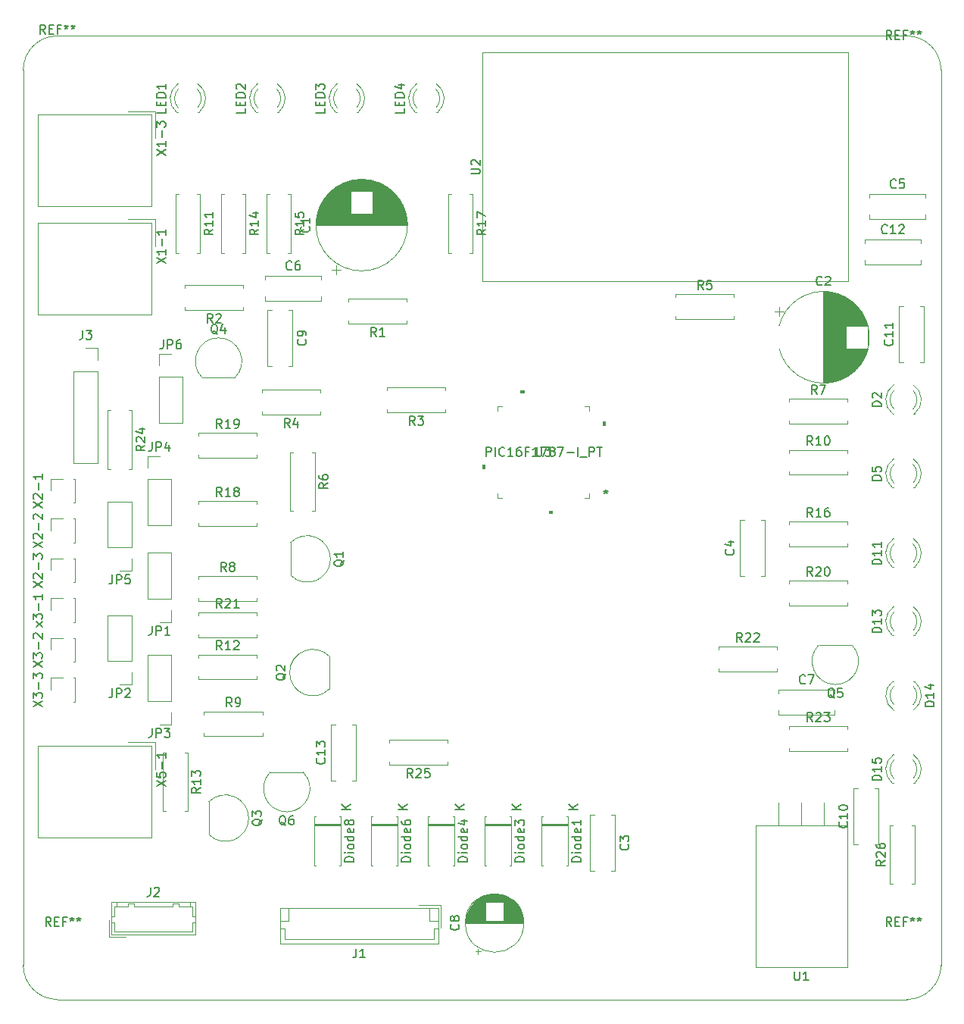
<source format=gto>
%TF.GenerationSoftware,KiCad,Pcbnew,(5.1.10)-1*%
%TF.CreationDate,2021-11-21T12:30:28+02:00*%
%TF.ProjectId,217243401_Crawler_2021,32313732-3433-4343-9031-5f437261776c,rev?*%
%TF.SameCoordinates,Original*%
%TF.FileFunction,Legend,Top*%
%TF.FilePolarity,Positive*%
%FSLAX46Y46*%
G04 Gerber Fmt 4.6, Leading zero omitted, Abs format (unit mm)*
G04 Created by KiCad (PCBNEW (5.1.10)-1) date 2021-11-21 12:30:28*
%MOMM*%
%LPD*%
G01*
G04 APERTURE LIST*
%TA.AperFunction,Profile*%
%ADD10C,0.050000*%
%TD*%
%ADD11C,0.120000*%
%ADD12C,0.100000*%
%ADD13C,0.150000*%
G04 APERTURE END LIST*
D10*
X76835000Y-46355000D02*
X171835000Y-46355000D01*
X73025000Y-150165000D02*
X73025000Y-50165000D01*
X171835000Y-153975000D02*
X76835000Y-153975000D01*
X175645000Y-50165000D02*
X175645000Y-150165000D01*
X171835000Y-46355000D02*
G75*
G02*
X175645000Y-50165000I0J-3810000D01*
G01*
X175645000Y-150165000D02*
G75*
G02*
X171835000Y-153975000I-3810000J0D01*
G01*
X76835000Y-153975000D02*
G75*
G02*
X73025000Y-150165000I0J3810000D01*
G01*
X73025000Y-50165000D02*
G75*
G02*
X76835000Y-46355000I3810000J0D01*
G01*
D11*
%TO.C,C1*%
X107496000Y-72456646D02*
X108496000Y-72456646D01*
X107996000Y-72956646D02*
X107996000Y-71956646D01*
X110272000Y-62396000D02*
X111470000Y-62396000D01*
X110009000Y-62436000D02*
X111733000Y-62436000D01*
X109809000Y-62476000D02*
X111933000Y-62476000D01*
X109641000Y-62516000D02*
X112101000Y-62516000D01*
X109493000Y-62556000D02*
X112249000Y-62556000D01*
X109361000Y-62596000D02*
X112381000Y-62596000D01*
X109241000Y-62636000D02*
X112501000Y-62636000D01*
X109129000Y-62676000D02*
X112613000Y-62676000D01*
X109025000Y-62716000D02*
X112717000Y-62716000D01*
X108927000Y-62756000D02*
X112815000Y-62756000D01*
X108834000Y-62796000D02*
X112908000Y-62796000D01*
X108746000Y-62836000D02*
X112996000Y-62836000D01*
X108662000Y-62876000D02*
X113080000Y-62876000D01*
X108582000Y-62916000D02*
X113160000Y-62916000D01*
X108506000Y-62956000D02*
X113236000Y-62956000D01*
X108432000Y-62996000D02*
X113310000Y-62996000D01*
X108361000Y-63036000D02*
X113381000Y-63036000D01*
X108292000Y-63076000D02*
X113450000Y-63076000D01*
X108226000Y-63116000D02*
X113516000Y-63116000D01*
X108162000Y-63156000D02*
X113580000Y-63156000D01*
X108101000Y-63196000D02*
X113641000Y-63196000D01*
X108041000Y-63236000D02*
X113701000Y-63236000D01*
X107982000Y-63276000D02*
X113760000Y-63276000D01*
X107926000Y-63316000D02*
X113816000Y-63316000D01*
X107871000Y-63356000D02*
X113871000Y-63356000D01*
X107817000Y-63396000D02*
X113925000Y-63396000D01*
X107765000Y-63436000D02*
X113977000Y-63436000D01*
X107715000Y-63476000D02*
X114027000Y-63476000D01*
X107665000Y-63516000D02*
X114077000Y-63516000D01*
X107617000Y-63556000D02*
X114125000Y-63556000D01*
X107570000Y-63596000D02*
X114172000Y-63596000D01*
X107524000Y-63636000D02*
X114218000Y-63636000D01*
X107479000Y-63676000D02*
X114263000Y-63676000D01*
X107435000Y-63716000D02*
X114307000Y-63716000D01*
X112112000Y-63756000D02*
X114349000Y-63756000D01*
X107393000Y-63756000D02*
X109630000Y-63756000D01*
X112112000Y-63796000D02*
X114391000Y-63796000D01*
X107351000Y-63796000D02*
X109630000Y-63796000D01*
X112112000Y-63836000D02*
X114432000Y-63836000D01*
X107310000Y-63836000D02*
X109630000Y-63836000D01*
X112112000Y-63876000D02*
X114472000Y-63876000D01*
X107270000Y-63876000D02*
X109630000Y-63876000D01*
X112112000Y-63916000D02*
X114511000Y-63916000D01*
X107231000Y-63916000D02*
X109630000Y-63916000D01*
X112112000Y-63956000D02*
X114550000Y-63956000D01*
X107192000Y-63956000D02*
X109630000Y-63956000D01*
X112112000Y-63996000D02*
X114587000Y-63996000D01*
X107155000Y-63996000D02*
X109630000Y-63996000D01*
X112112000Y-64036000D02*
X114624000Y-64036000D01*
X107118000Y-64036000D02*
X109630000Y-64036000D01*
X112112000Y-64076000D02*
X114660000Y-64076000D01*
X107082000Y-64076000D02*
X109630000Y-64076000D01*
X112112000Y-64116000D02*
X114695000Y-64116000D01*
X107047000Y-64116000D02*
X109630000Y-64116000D01*
X112112000Y-64156000D02*
X114729000Y-64156000D01*
X107013000Y-64156000D02*
X109630000Y-64156000D01*
X112112000Y-64196000D02*
X114763000Y-64196000D01*
X106979000Y-64196000D02*
X109630000Y-64196000D01*
X112112000Y-64236000D02*
X114796000Y-64236000D01*
X106946000Y-64236000D02*
X109630000Y-64236000D01*
X112112000Y-64276000D02*
X114828000Y-64276000D01*
X106914000Y-64276000D02*
X109630000Y-64276000D01*
X112112000Y-64316000D02*
X114860000Y-64316000D01*
X106882000Y-64316000D02*
X109630000Y-64316000D01*
X112112000Y-64356000D02*
X114891000Y-64356000D01*
X106851000Y-64356000D02*
X109630000Y-64356000D01*
X112112000Y-64396000D02*
X114921000Y-64396000D01*
X106821000Y-64396000D02*
X109630000Y-64396000D01*
X112112000Y-64436000D02*
X114951000Y-64436000D01*
X106791000Y-64436000D02*
X109630000Y-64436000D01*
X112112000Y-64476000D02*
X114981000Y-64476000D01*
X106761000Y-64476000D02*
X109630000Y-64476000D01*
X112112000Y-64516000D02*
X115009000Y-64516000D01*
X106733000Y-64516000D02*
X109630000Y-64516000D01*
X112112000Y-64556000D02*
X115037000Y-64556000D01*
X106705000Y-64556000D02*
X109630000Y-64556000D01*
X112112000Y-64596000D02*
X115065000Y-64596000D01*
X106677000Y-64596000D02*
X109630000Y-64596000D01*
X112112000Y-64636000D02*
X115092000Y-64636000D01*
X106650000Y-64636000D02*
X109630000Y-64636000D01*
X112112000Y-64676000D02*
X115118000Y-64676000D01*
X106624000Y-64676000D02*
X109630000Y-64676000D01*
X112112000Y-64716000D02*
X115144000Y-64716000D01*
X106598000Y-64716000D02*
X109630000Y-64716000D01*
X112112000Y-64756000D02*
X115169000Y-64756000D01*
X106573000Y-64756000D02*
X109630000Y-64756000D01*
X112112000Y-64796000D02*
X115194000Y-64796000D01*
X106548000Y-64796000D02*
X109630000Y-64796000D01*
X112112000Y-64836000D02*
X115218000Y-64836000D01*
X106524000Y-64836000D02*
X109630000Y-64836000D01*
X112112000Y-64876000D02*
X115242000Y-64876000D01*
X106500000Y-64876000D02*
X109630000Y-64876000D01*
X112112000Y-64916000D02*
X115266000Y-64916000D01*
X106476000Y-64916000D02*
X109630000Y-64916000D01*
X112112000Y-64956000D02*
X115288000Y-64956000D01*
X106454000Y-64956000D02*
X109630000Y-64956000D01*
X112112000Y-64996000D02*
X115311000Y-64996000D01*
X106431000Y-64996000D02*
X109630000Y-64996000D01*
X112112000Y-65036000D02*
X115333000Y-65036000D01*
X106409000Y-65036000D02*
X109630000Y-65036000D01*
X112112000Y-65076000D02*
X115354000Y-65076000D01*
X106388000Y-65076000D02*
X109630000Y-65076000D01*
X112112000Y-65116000D02*
X115375000Y-65116000D01*
X106367000Y-65116000D02*
X109630000Y-65116000D01*
X112112000Y-65156000D02*
X115396000Y-65156000D01*
X106346000Y-65156000D02*
X109630000Y-65156000D01*
X112112000Y-65196000D02*
X115416000Y-65196000D01*
X106326000Y-65196000D02*
X109630000Y-65196000D01*
X112112000Y-65236000D02*
X115435000Y-65236000D01*
X106307000Y-65236000D02*
X109630000Y-65236000D01*
X112112000Y-65276000D02*
X115455000Y-65276000D01*
X106287000Y-65276000D02*
X109630000Y-65276000D01*
X112112000Y-65316000D02*
X115474000Y-65316000D01*
X106268000Y-65316000D02*
X109630000Y-65316000D01*
X112112000Y-65356000D02*
X115492000Y-65356000D01*
X106250000Y-65356000D02*
X109630000Y-65356000D01*
X112112000Y-65396000D02*
X115510000Y-65396000D01*
X106232000Y-65396000D02*
X109630000Y-65396000D01*
X112112000Y-65436000D02*
X115528000Y-65436000D01*
X106214000Y-65436000D02*
X109630000Y-65436000D01*
X112112000Y-65476000D02*
X115545000Y-65476000D01*
X106197000Y-65476000D02*
X109630000Y-65476000D01*
X112112000Y-65516000D02*
X115561000Y-65516000D01*
X106181000Y-65516000D02*
X109630000Y-65516000D01*
X112112000Y-65556000D02*
X115578000Y-65556000D01*
X106164000Y-65556000D02*
X109630000Y-65556000D01*
X112112000Y-65596000D02*
X115594000Y-65596000D01*
X106148000Y-65596000D02*
X109630000Y-65596000D01*
X112112000Y-65636000D02*
X115609000Y-65636000D01*
X106133000Y-65636000D02*
X109630000Y-65636000D01*
X112112000Y-65676000D02*
X115625000Y-65676000D01*
X106117000Y-65676000D02*
X109630000Y-65676000D01*
X112112000Y-65716000D02*
X115639000Y-65716000D01*
X106103000Y-65716000D02*
X109630000Y-65716000D01*
X112112000Y-65756000D02*
X115654000Y-65756000D01*
X106088000Y-65756000D02*
X109630000Y-65756000D01*
X112112000Y-65796000D02*
X115668000Y-65796000D01*
X106074000Y-65796000D02*
X109630000Y-65796000D01*
X112112000Y-65836000D02*
X115682000Y-65836000D01*
X106060000Y-65836000D02*
X109630000Y-65836000D01*
X112112000Y-65876000D02*
X115695000Y-65876000D01*
X106047000Y-65876000D02*
X109630000Y-65876000D01*
X112112000Y-65916000D02*
X115708000Y-65916000D01*
X106034000Y-65916000D02*
X109630000Y-65916000D01*
X112112000Y-65956000D02*
X115721000Y-65956000D01*
X106021000Y-65956000D02*
X109630000Y-65956000D01*
X112112000Y-65996000D02*
X115733000Y-65996000D01*
X106009000Y-65996000D02*
X109630000Y-65996000D01*
X112112000Y-66036000D02*
X115745000Y-66036000D01*
X105997000Y-66036000D02*
X109630000Y-66036000D01*
X112112000Y-66076000D02*
X115756000Y-66076000D01*
X105986000Y-66076000D02*
X109630000Y-66076000D01*
X112112000Y-66116000D02*
X115768000Y-66116000D01*
X105974000Y-66116000D02*
X109630000Y-66116000D01*
X112112000Y-66156000D02*
X115778000Y-66156000D01*
X105964000Y-66156000D02*
X109630000Y-66156000D01*
X112112000Y-66196000D02*
X115789000Y-66196000D01*
X105953000Y-66196000D02*
X109630000Y-66196000D01*
X105943000Y-66236000D02*
X115799000Y-66236000D01*
X105933000Y-66276000D02*
X115809000Y-66276000D01*
X105924000Y-66316000D02*
X115818000Y-66316000D01*
X105915000Y-66356000D02*
X115827000Y-66356000D01*
X105906000Y-66396000D02*
X115836000Y-66396000D01*
X105897000Y-66436000D02*
X115845000Y-66436000D01*
X105889000Y-66476000D02*
X115853000Y-66476000D01*
X105881000Y-66516000D02*
X115861000Y-66516000D01*
X105874000Y-66556000D02*
X115868000Y-66556000D01*
X105867000Y-66596000D02*
X115875000Y-66596000D01*
X105860000Y-66636000D02*
X115882000Y-66636000D01*
X105853000Y-66676000D02*
X115889000Y-66676000D01*
X105847000Y-66716000D02*
X115895000Y-66716000D01*
X105841000Y-66756000D02*
X115901000Y-66756000D01*
X105836000Y-66797000D02*
X115906000Y-66797000D01*
X105831000Y-66837000D02*
X115911000Y-66837000D01*
X105826000Y-66877000D02*
X115916000Y-66877000D01*
X105821000Y-66917000D02*
X115921000Y-66917000D01*
X105817000Y-66957000D02*
X115925000Y-66957000D01*
X105813000Y-66997000D02*
X115929000Y-66997000D01*
X105809000Y-67037000D02*
X115933000Y-67037000D01*
X105806000Y-67077000D02*
X115936000Y-67077000D01*
X105803000Y-67117000D02*
X115939000Y-67117000D01*
X105801000Y-67157000D02*
X115941000Y-67157000D01*
X105798000Y-67197000D02*
X115944000Y-67197000D01*
X105796000Y-67237000D02*
X115946000Y-67237000D01*
X105794000Y-67277000D02*
X115948000Y-67277000D01*
X105793000Y-67317000D02*
X115949000Y-67317000D01*
X105792000Y-67357000D02*
X115950000Y-67357000D01*
X105791000Y-67397000D02*
X115951000Y-67397000D01*
X105791000Y-67437000D02*
X115951000Y-67437000D01*
X105791000Y-67477000D02*
X115951000Y-67477000D01*
X115991000Y-67477000D02*
G75*
G03*
X115991000Y-67477000I-5120000J0D01*
G01*
%TO.C,C2*%
X157520354Y-76635000D02*
X157520354Y-77635000D01*
X157020354Y-77135000D02*
X158020354Y-77135000D01*
X167581000Y-79411000D02*
X167581000Y-80609000D01*
X167541000Y-79148000D02*
X167541000Y-80872000D01*
X167501000Y-78948000D02*
X167501000Y-81072000D01*
X167421000Y-81251000D02*
X167421000Y-81388000D01*
X167421000Y-78632000D02*
X167421000Y-78769000D01*
X167381000Y-81251000D02*
X167381000Y-81520000D01*
X167381000Y-78500000D02*
X167381000Y-78769000D01*
X167341000Y-81251000D02*
X167341000Y-81640000D01*
X167341000Y-78380000D02*
X167341000Y-78769000D01*
X167301000Y-81251000D02*
X167301000Y-81752000D01*
X167301000Y-78268000D02*
X167301000Y-78769000D01*
X167261000Y-81251000D02*
X167261000Y-81856000D01*
X167261000Y-78164000D02*
X167261000Y-78769000D01*
X167221000Y-81251000D02*
X167221000Y-81954000D01*
X167221000Y-78066000D02*
X167221000Y-78769000D01*
X167181000Y-81251000D02*
X167181000Y-82047000D01*
X167181000Y-77973000D02*
X167181000Y-78769000D01*
X167141000Y-81251000D02*
X167141000Y-82135000D01*
X167141000Y-77885000D02*
X167141000Y-78769000D01*
X167101000Y-81251000D02*
X167101000Y-82219000D01*
X167101000Y-77801000D02*
X167101000Y-78769000D01*
X167061000Y-81251000D02*
X167061000Y-82299000D01*
X167061000Y-77721000D02*
X167061000Y-78769000D01*
X167021000Y-81251000D02*
X167021000Y-82375000D01*
X167021000Y-77645000D02*
X167021000Y-78769000D01*
X166981000Y-81251000D02*
X166981000Y-82449000D01*
X166981000Y-77571000D02*
X166981000Y-78769000D01*
X166941000Y-81251000D02*
X166941000Y-82520000D01*
X166941000Y-77500000D02*
X166941000Y-78769000D01*
X166901000Y-81251000D02*
X166901000Y-82589000D01*
X166901000Y-77431000D02*
X166901000Y-78769000D01*
X166861000Y-81251000D02*
X166861000Y-82655000D01*
X166861000Y-77365000D02*
X166861000Y-78769000D01*
X166821000Y-81251000D02*
X166821000Y-82719000D01*
X166821000Y-77301000D02*
X166821000Y-78769000D01*
X166781000Y-81251000D02*
X166781000Y-82780000D01*
X166781000Y-77240000D02*
X166781000Y-78769000D01*
X166741000Y-81251000D02*
X166741000Y-82840000D01*
X166741000Y-77180000D02*
X166741000Y-78769000D01*
X166701000Y-81251000D02*
X166701000Y-82899000D01*
X166701000Y-77121000D02*
X166701000Y-78769000D01*
X166661000Y-81251000D02*
X166661000Y-82955000D01*
X166661000Y-77065000D02*
X166661000Y-78769000D01*
X166621000Y-81251000D02*
X166621000Y-83010000D01*
X166621000Y-77010000D02*
X166621000Y-78769000D01*
X166581000Y-81251000D02*
X166581000Y-83064000D01*
X166581000Y-76956000D02*
X166581000Y-78769000D01*
X166541000Y-81251000D02*
X166541000Y-83116000D01*
X166541000Y-76904000D02*
X166541000Y-78769000D01*
X166501000Y-81251000D02*
X166501000Y-83166000D01*
X166501000Y-76854000D02*
X166501000Y-78769000D01*
X166461000Y-81251000D02*
X166461000Y-83216000D01*
X166461000Y-76804000D02*
X166461000Y-78769000D01*
X166421000Y-81251000D02*
X166421000Y-83264000D01*
X166421000Y-76756000D02*
X166421000Y-78769000D01*
X166381000Y-81251000D02*
X166381000Y-83311000D01*
X166381000Y-76709000D02*
X166381000Y-78769000D01*
X166341000Y-81251000D02*
X166341000Y-83357000D01*
X166341000Y-76663000D02*
X166341000Y-78769000D01*
X166301000Y-81251000D02*
X166301000Y-83402000D01*
X166301000Y-76618000D02*
X166301000Y-78769000D01*
X166261000Y-81251000D02*
X166261000Y-83446000D01*
X166261000Y-76574000D02*
X166261000Y-78769000D01*
X166221000Y-81251000D02*
X166221000Y-83488000D01*
X166221000Y-76532000D02*
X166221000Y-78769000D01*
X166181000Y-81251000D02*
X166181000Y-83530000D01*
X166181000Y-76490000D02*
X166181000Y-78769000D01*
X166141000Y-81251000D02*
X166141000Y-83571000D01*
X166141000Y-76449000D02*
X166141000Y-78769000D01*
X166101000Y-81251000D02*
X166101000Y-83611000D01*
X166101000Y-76409000D02*
X166101000Y-78769000D01*
X166061000Y-81251000D02*
X166061000Y-83650000D01*
X166061000Y-76370000D02*
X166061000Y-78769000D01*
X166021000Y-81251000D02*
X166021000Y-83689000D01*
X166021000Y-76331000D02*
X166021000Y-78769000D01*
X165981000Y-81251000D02*
X165981000Y-83726000D01*
X165981000Y-76294000D02*
X165981000Y-78769000D01*
X165941000Y-81251000D02*
X165941000Y-83763000D01*
X165941000Y-76257000D02*
X165941000Y-78769000D01*
X165901000Y-81251000D02*
X165901000Y-83799000D01*
X165901000Y-76221000D02*
X165901000Y-78769000D01*
X165861000Y-81251000D02*
X165861000Y-83834000D01*
X165861000Y-76186000D02*
X165861000Y-78769000D01*
X165821000Y-81251000D02*
X165821000Y-83868000D01*
X165821000Y-76152000D02*
X165821000Y-78769000D01*
X165781000Y-81251000D02*
X165781000Y-83902000D01*
X165781000Y-76118000D02*
X165781000Y-78769000D01*
X165741000Y-81251000D02*
X165741000Y-83935000D01*
X165741000Y-76085000D02*
X165741000Y-78769000D01*
X165701000Y-81251000D02*
X165701000Y-83967000D01*
X165701000Y-76053000D02*
X165701000Y-78769000D01*
X165661000Y-81251000D02*
X165661000Y-83999000D01*
X165661000Y-76021000D02*
X165661000Y-78769000D01*
X165621000Y-81251000D02*
X165621000Y-84030000D01*
X165621000Y-75990000D02*
X165621000Y-78769000D01*
X165581000Y-81251000D02*
X165581000Y-84060000D01*
X165581000Y-75960000D02*
X165581000Y-78769000D01*
X165541000Y-81251000D02*
X165541000Y-84090000D01*
X165541000Y-75930000D02*
X165541000Y-78769000D01*
X165501000Y-81251000D02*
X165501000Y-84120000D01*
X165501000Y-75900000D02*
X165501000Y-78769000D01*
X165461000Y-81251000D02*
X165461000Y-84148000D01*
X165461000Y-75872000D02*
X165461000Y-78769000D01*
X165421000Y-81251000D02*
X165421000Y-84176000D01*
X165421000Y-75844000D02*
X165421000Y-78769000D01*
X165381000Y-81251000D02*
X165381000Y-84204000D01*
X165381000Y-75816000D02*
X165381000Y-78769000D01*
X165341000Y-81251000D02*
X165341000Y-84231000D01*
X165341000Y-75789000D02*
X165341000Y-78769000D01*
X165301000Y-81251000D02*
X165301000Y-84257000D01*
X165301000Y-75763000D02*
X165301000Y-78769000D01*
X165261000Y-81251000D02*
X165261000Y-84283000D01*
X165261000Y-75737000D02*
X165261000Y-78769000D01*
X165221000Y-81251000D02*
X165221000Y-84308000D01*
X165221000Y-75712000D02*
X165221000Y-78769000D01*
X165181000Y-81251000D02*
X165181000Y-84333000D01*
X165181000Y-75687000D02*
X165181000Y-78769000D01*
X165141000Y-81251000D02*
X165141000Y-84357000D01*
X165141000Y-75663000D02*
X165141000Y-78769000D01*
X165101000Y-81251000D02*
X165101000Y-84381000D01*
X165101000Y-75639000D02*
X165101000Y-78769000D01*
X165061000Y-81251000D02*
X165061000Y-84405000D01*
X165061000Y-75615000D02*
X165061000Y-78769000D01*
X165021000Y-81251000D02*
X165021000Y-84427000D01*
X165021000Y-75593000D02*
X165021000Y-78769000D01*
X164981000Y-75570000D02*
X164981000Y-84450000D01*
X164941000Y-75548000D02*
X164941000Y-84472000D01*
X164901000Y-75527000D02*
X164901000Y-84493000D01*
X164861000Y-75506000D02*
X164861000Y-84514000D01*
X164821000Y-75485000D02*
X164821000Y-84535000D01*
X164781000Y-75465000D02*
X164781000Y-84555000D01*
X164741000Y-75446000D02*
X164741000Y-84574000D01*
X164701000Y-75426000D02*
X164701000Y-84594000D01*
X164661000Y-75407000D02*
X164661000Y-84613000D01*
X164621000Y-75389000D02*
X164621000Y-84631000D01*
X164581000Y-75371000D02*
X164581000Y-84649000D01*
X164541000Y-75353000D02*
X164541000Y-84667000D01*
X164501000Y-75336000D02*
X164501000Y-84684000D01*
X164461000Y-75320000D02*
X164461000Y-84700000D01*
X164421000Y-75303000D02*
X164421000Y-84717000D01*
X164381000Y-75287000D02*
X164381000Y-84733000D01*
X164341000Y-75272000D02*
X164341000Y-84748000D01*
X164301000Y-75256000D02*
X164301000Y-84764000D01*
X164261000Y-75242000D02*
X164261000Y-84778000D01*
X164221000Y-75227000D02*
X164221000Y-84793000D01*
X164181000Y-75213000D02*
X164181000Y-84807000D01*
X164141000Y-75199000D02*
X164141000Y-84821000D01*
X164101000Y-75186000D02*
X164101000Y-84834000D01*
X164061000Y-75173000D02*
X164061000Y-84847000D01*
X164021000Y-75160000D02*
X164021000Y-84860000D01*
X163981000Y-75148000D02*
X163981000Y-84872000D01*
X163941000Y-75136000D02*
X163941000Y-84884000D01*
X163901000Y-75125000D02*
X163901000Y-84895000D01*
X163861000Y-75113000D02*
X163861000Y-84907000D01*
X163821000Y-75103000D02*
X163821000Y-84917000D01*
X163781000Y-75092000D02*
X163781000Y-84928000D01*
X163741000Y-75082000D02*
X163741000Y-84938000D01*
X163701000Y-75072000D02*
X163701000Y-84948000D01*
X163661000Y-75063000D02*
X163661000Y-84957000D01*
X163621000Y-75054000D02*
X163621000Y-84966000D01*
X163581000Y-75045000D02*
X163581000Y-84975000D01*
X163541000Y-75036000D02*
X163541000Y-84984000D01*
X163501000Y-75028000D02*
X163501000Y-84992000D01*
X163461000Y-75020000D02*
X163461000Y-85000000D01*
X163421000Y-75013000D02*
X163421000Y-85007000D01*
X163381000Y-75006000D02*
X163381000Y-85014000D01*
X163341000Y-74999000D02*
X163341000Y-85021000D01*
X163301000Y-74992000D02*
X163301000Y-85028000D01*
X163261000Y-74986000D02*
X163261000Y-85034000D01*
X163221000Y-74980000D02*
X163221000Y-85040000D01*
X163180000Y-74975000D02*
X163180000Y-85045000D01*
X163140000Y-74970000D02*
X163140000Y-85050000D01*
X163100000Y-74965000D02*
X163100000Y-85055000D01*
X163060000Y-74960000D02*
X163060000Y-85060000D01*
X163020000Y-74956000D02*
X163020000Y-85064000D01*
X162980000Y-74952000D02*
X162980000Y-85068000D01*
X162940000Y-74948000D02*
X162940000Y-85072000D01*
X162900000Y-74945000D02*
X162900000Y-85075000D01*
X162860000Y-74942000D02*
X162860000Y-85078000D01*
X162820000Y-74940000D02*
X162820000Y-85080000D01*
X162780000Y-74937000D02*
X162780000Y-85083000D01*
X162740000Y-74935000D02*
X162740000Y-85085000D01*
X162700000Y-74933000D02*
X162700000Y-85087000D01*
X162660000Y-74932000D02*
X162660000Y-85088000D01*
X162620000Y-74931000D02*
X162620000Y-85089000D01*
X162580000Y-74930000D02*
X162580000Y-85090000D01*
X162540000Y-74930000D02*
X162540000Y-85090000D01*
X162500000Y-74930000D02*
X162500000Y-85090000D01*
X157537460Y-81270000D02*
G75*
G03*
X157537460Y-78750000I4962540J1260000D01*
G01*
%TO.C,C3*%
X136870000Y-139605000D02*
X136425000Y-139605000D01*
X139165000Y-139605000D02*
X138720000Y-139605000D01*
X136870000Y-133365000D02*
X136425000Y-133365000D01*
X139165000Y-133365000D02*
X138720000Y-133365000D01*
X136425000Y-133365000D02*
X136425000Y-139605000D01*
X139165000Y-133365000D02*
X139165000Y-139605000D01*
%TO.C,C4*%
X155484000Y-100425000D02*
X155929000Y-100425000D01*
X153189000Y-100425000D02*
X153634000Y-100425000D01*
X155484000Y-106665000D02*
X155929000Y-106665000D01*
X153189000Y-106665000D02*
X153634000Y-106665000D01*
X155929000Y-106665000D02*
X155929000Y-100425000D01*
X153189000Y-106665000D02*
X153189000Y-100425000D01*
%TO.C,C5*%
X167655000Y-64035000D02*
X173895000Y-64035000D01*
X167655000Y-66775000D02*
X173895000Y-66775000D01*
X167655000Y-64035000D02*
X167655000Y-64480000D01*
X167655000Y-66330000D02*
X167655000Y-66775000D01*
X173895000Y-64035000D02*
X173895000Y-64480000D01*
X173895000Y-66330000D02*
X173895000Y-66775000D01*
%TO.C,C6*%
X100091000Y-73179000D02*
X106331000Y-73179000D01*
X100091000Y-75919000D02*
X106331000Y-75919000D01*
X100091000Y-73179000D02*
X100091000Y-73624000D01*
X100091000Y-75474000D02*
X100091000Y-75919000D01*
X106331000Y-73179000D02*
X106331000Y-73624000D01*
X106331000Y-75474000D02*
X106331000Y-75919000D01*
%TO.C,C7*%
X157495000Y-119407000D02*
X163735000Y-119407000D01*
X157495000Y-122147000D02*
X163735000Y-122147000D01*
X157495000Y-119407000D02*
X157495000Y-119852000D01*
X157495000Y-121702000D02*
X157495000Y-122147000D01*
X163735000Y-119407000D02*
X163735000Y-119852000D01*
X163735000Y-121702000D02*
X163735000Y-122147000D01*
%TO.C,C8*%
X123576000Y-148620241D02*
X124206000Y-148620241D01*
X123891000Y-148935241D02*
X123891000Y-148305241D01*
X125328000Y-142194000D02*
X126132000Y-142194000D01*
X125097000Y-142234000D02*
X126363000Y-142234000D01*
X124928000Y-142274000D02*
X126532000Y-142274000D01*
X124790000Y-142314000D02*
X126670000Y-142314000D01*
X124671000Y-142354000D02*
X126789000Y-142354000D01*
X124565000Y-142394000D02*
X126895000Y-142394000D01*
X124468000Y-142434000D02*
X126992000Y-142434000D01*
X124380000Y-142474000D02*
X127080000Y-142474000D01*
X124298000Y-142514000D02*
X127162000Y-142514000D01*
X124221000Y-142554000D02*
X127239000Y-142554000D01*
X124149000Y-142594000D02*
X127311000Y-142594000D01*
X124080000Y-142634000D02*
X127380000Y-142634000D01*
X124016000Y-142674000D02*
X127444000Y-142674000D01*
X123954000Y-142714000D02*
X127506000Y-142714000D01*
X123896000Y-142754000D02*
X127564000Y-142754000D01*
X123840000Y-142794000D02*
X127620000Y-142794000D01*
X123786000Y-142834000D02*
X127674000Y-142834000D01*
X123735000Y-142874000D02*
X127725000Y-142874000D01*
X123686000Y-142914000D02*
X127774000Y-142914000D01*
X123638000Y-142954000D02*
X127822000Y-142954000D01*
X123593000Y-142994000D02*
X127867000Y-142994000D01*
X123548000Y-143034000D02*
X127912000Y-143034000D01*
X123506000Y-143074000D02*
X127954000Y-143074000D01*
X123465000Y-143114000D02*
X127995000Y-143114000D01*
X126770000Y-143154000D02*
X128035000Y-143154000D01*
X123425000Y-143154000D02*
X124690000Y-143154000D01*
X126770000Y-143194000D02*
X128073000Y-143194000D01*
X123387000Y-143194000D02*
X124690000Y-143194000D01*
X126770000Y-143234000D02*
X128110000Y-143234000D01*
X123350000Y-143234000D02*
X124690000Y-143234000D01*
X126770000Y-143274000D02*
X128146000Y-143274000D01*
X123314000Y-143274000D02*
X124690000Y-143274000D01*
X126770000Y-143314000D02*
X128180000Y-143314000D01*
X123280000Y-143314000D02*
X124690000Y-143314000D01*
X126770000Y-143354000D02*
X128214000Y-143354000D01*
X123246000Y-143354000D02*
X124690000Y-143354000D01*
X126770000Y-143394000D02*
X128246000Y-143394000D01*
X123214000Y-143394000D02*
X124690000Y-143394000D01*
X126770000Y-143434000D02*
X128278000Y-143434000D01*
X123182000Y-143434000D02*
X124690000Y-143434000D01*
X126770000Y-143474000D02*
X128308000Y-143474000D01*
X123152000Y-143474000D02*
X124690000Y-143474000D01*
X126770000Y-143514000D02*
X128337000Y-143514000D01*
X123123000Y-143514000D02*
X124690000Y-143514000D01*
X126770000Y-143554000D02*
X128366000Y-143554000D01*
X123094000Y-143554000D02*
X124690000Y-143554000D01*
X126770000Y-143594000D02*
X128394000Y-143594000D01*
X123066000Y-143594000D02*
X124690000Y-143594000D01*
X126770000Y-143634000D02*
X128420000Y-143634000D01*
X123040000Y-143634000D02*
X124690000Y-143634000D01*
X126770000Y-143674000D02*
X128446000Y-143674000D01*
X123014000Y-143674000D02*
X124690000Y-143674000D01*
X126770000Y-143714000D02*
X128472000Y-143714000D01*
X122988000Y-143714000D02*
X124690000Y-143714000D01*
X126770000Y-143754000D02*
X128496000Y-143754000D01*
X122964000Y-143754000D02*
X124690000Y-143754000D01*
X126770000Y-143794000D02*
X128520000Y-143794000D01*
X122940000Y-143794000D02*
X124690000Y-143794000D01*
X126770000Y-143834000D02*
X128542000Y-143834000D01*
X122918000Y-143834000D02*
X124690000Y-143834000D01*
X126770000Y-143874000D02*
X128564000Y-143874000D01*
X122896000Y-143874000D02*
X124690000Y-143874000D01*
X126770000Y-143914000D02*
X128586000Y-143914000D01*
X122874000Y-143914000D02*
X124690000Y-143914000D01*
X126770000Y-143954000D02*
X128606000Y-143954000D01*
X122854000Y-143954000D02*
X124690000Y-143954000D01*
X126770000Y-143994000D02*
X128626000Y-143994000D01*
X122834000Y-143994000D02*
X124690000Y-143994000D01*
X126770000Y-144034000D02*
X128646000Y-144034000D01*
X122814000Y-144034000D02*
X124690000Y-144034000D01*
X126770000Y-144074000D02*
X128664000Y-144074000D01*
X122796000Y-144074000D02*
X124690000Y-144074000D01*
X126770000Y-144114000D02*
X128682000Y-144114000D01*
X122778000Y-144114000D02*
X124690000Y-144114000D01*
X126770000Y-144154000D02*
X128700000Y-144154000D01*
X122760000Y-144154000D02*
X124690000Y-144154000D01*
X126770000Y-144194000D02*
X128716000Y-144194000D01*
X122744000Y-144194000D02*
X124690000Y-144194000D01*
X126770000Y-144234000D02*
X128732000Y-144234000D01*
X122728000Y-144234000D02*
X124690000Y-144234000D01*
X126770000Y-144274000D02*
X128748000Y-144274000D01*
X122712000Y-144274000D02*
X124690000Y-144274000D01*
X126770000Y-144314000D02*
X128763000Y-144314000D01*
X122697000Y-144314000D02*
X124690000Y-144314000D01*
X126770000Y-144354000D02*
X128777000Y-144354000D01*
X122683000Y-144354000D02*
X124690000Y-144354000D01*
X126770000Y-144394000D02*
X128791000Y-144394000D01*
X122669000Y-144394000D02*
X124690000Y-144394000D01*
X126770000Y-144434000D02*
X128804000Y-144434000D01*
X122656000Y-144434000D02*
X124690000Y-144434000D01*
X126770000Y-144474000D02*
X128816000Y-144474000D01*
X122644000Y-144474000D02*
X124690000Y-144474000D01*
X126770000Y-144514000D02*
X128828000Y-144514000D01*
X122632000Y-144514000D02*
X124690000Y-144514000D01*
X126770000Y-144554000D02*
X128840000Y-144554000D01*
X122620000Y-144554000D02*
X124690000Y-144554000D01*
X126770000Y-144594000D02*
X128851000Y-144594000D01*
X122609000Y-144594000D02*
X124690000Y-144594000D01*
X126770000Y-144634000D02*
X128861000Y-144634000D01*
X122599000Y-144634000D02*
X124690000Y-144634000D01*
X126770000Y-144674000D02*
X128871000Y-144674000D01*
X122589000Y-144674000D02*
X124690000Y-144674000D01*
X126770000Y-144714000D02*
X128880000Y-144714000D01*
X122580000Y-144714000D02*
X124690000Y-144714000D01*
X126770000Y-144755000D02*
X128889000Y-144755000D01*
X122571000Y-144755000D02*
X124690000Y-144755000D01*
X126770000Y-144795000D02*
X128897000Y-144795000D01*
X122563000Y-144795000D02*
X124690000Y-144795000D01*
X126770000Y-144835000D02*
X128905000Y-144835000D01*
X122555000Y-144835000D02*
X124690000Y-144835000D01*
X126770000Y-144875000D02*
X128912000Y-144875000D01*
X122548000Y-144875000D02*
X124690000Y-144875000D01*
X126770000Y-144915000D02*
X128919000Y-144915000D01*
X122541000Y-144915000D02*
X124690000Y-144915000D01*
X126770000Y-144955000D02*
X128925000Y-144955000D01*
X122535000Y-144955000D02*
X124690000Y-144955000D01*
X126770000Y-144995000D02*
X128931000Y-144995000D01*
X122529000Y-144995000D02*
X124690000Y-144995000D01*
X126770000Y-145035000D02*
X128936000Y-145035000D01*
X122524000Y-145035000D02*
X124690000Y-145035000D01*
X126770000Y-145075000D02*
X128941000Y-145075000D01*
X122519000Y-145075000D02*
X124690000Y-145075000D01*
X126770000Y-145115000D02*
X128945000Y-145115000D01*
X122515000Y-145115000D02*
X124690000Y-145115000D01*
X126770000Y-145155000D02*
X128948000Y-145155000D01*
X122512000Y-145155000D02*
X124690000Y-145155000D01*
X126770000Y-145195000D02*
X128952000Y-145195000D01*
X122508000Y-145195000D02*
X124690000Y-145195000D01*
X122506000Y-145235000D02*
X128954000Y-145235000D01*
X122503000Y-145275000D02*
X128957000Y-145275000D01*
X122502000Y-145315000D02*
X128958000Y-145315000D01*
X122500000Y-145355000D02*
X128960000Y-145355000D01*
X122500000Y-145395000D02*
X128960000Y-145395000D01*
X122500000Y-145435000D02*
X128960000Y-145435000D01*
X129000000Y-145435000D02*
G75*
G03*
X129000000Y-145435000I-3270000J0D01*
G01*
%TO.C,C9*%
X100802000Y-83217000D02*
X100357000Y-83217000D01*
X103097000Y-83217000D02*
X102652000Y-83217000D01*
X100802000Y-76977000D02*
X100357000Y-76977000D01*
X103097000Y-76977000D02*
X102652000Y-76977000D01*
X100357000Y-76977000D02*
X100357000Y-83217000D01*
X103097000Y-76977000D02*
X103097000Y-83217000D01*
%TO.C,C10*%
X168184000Y-130397000D02*
X168629000Y-130397000D01*
X165889000Y-130397000D02*
X166334000Y-130397000D01*
X168184000Y-136637000D02*
X168629000Y-136637000D01*
X165889000Y-136637000D02*
X166334000Y-136637000D01*
X168629000Y-136637000D02*
X168629000Y-130397000D01*
X165889000Y-136637000D02*
X165889000Y-130397000D01*
%TO.C,C11*%
X170969000Y-82789000D02*
X170969000Y-76549000D01*
X173709000Y-82789000D02*
X173709000Y-76549000D01*
X170969000Y-82789000D02*
X171414000Y-82789000D01*
X173264000Y-82789000D02*
X173709000Y-82789000D01*
X170969000Y-76549000D02*
X171414000Y-76549000D01*
X173264000Y-76549000D02*
X173709000Y-76549000D01*
%TO.C,C12*%
X167147000Y-69115000D02*
X173387000Y-69115000D01*
X167147000Y-71855000D02*
X173387000Y-71855000D01*
X167147000Y-69115000D02*
X167147000Y-69560000D01*
X167147000Y-71410000D02*
X167147000Y-71855000D01*
X173387000Y-69115000D02*
X173387000Y-69560000D01*
X173387000Y-71410000D02*
X173387000Y-71855000D01*
%TO.C,C13*%
X109764000Y-123285000D02*
X110209000Y-123285000D01*
X107469000Y-123285000D02*
X107914000Y-123285000D01*
X109764000Y-129525000D02*
X110209000Y-129525000D01*
X107469000Y-129525000D02*
X107914000Y-129525000D01*
X110209000Y-129525000D02*
X110209000Y-123285000D01*
X107469000Y-129525000D02*
X107469000Y-123285000D01*
%TO.C,D2*%
X170214000Y-88555000D02*
X170370000Y-88555000D01*
X172530000Y-88555000D02*
X172686000Y-88555000D01*
X172529837Y-85953870D02*
G75*
G02*
X172530000Y-88035961I-1079837J-1041130D01*
G01*
X170370163Y-85953870D02*
G75*
G03*
X170370000Y-88035961I1079837J-1041130D01*
G01*
X172528608Y-85322665D02*
G75*
G02*
X172685516Y-88555000I-1078608J-1672335D01*
G01*
X170371392Y-85322665D02*
G75*
G03*
X170214484Y-88555000I1078608J-1672335D01*
G01*
%TO.C,D5*%
X170214000Y-96810000D02*
X170370000Y-96810000D01*
X172530000Y-96810000D02*
X172686000Y-96810000D01*
X172529837Y-94208870D02*
G75*
G02*
X172530000Y-96290961I-1079837J-1041130D01*
G01*
X170370163Y-94208870D02*
G75*
G03*
X170370000Y-96290961I1079837J-1041130D01*
G01*
X172528608Y-93577665D02*
G75*
G02*
X172685516Y-96810000I-1078608J-1672335D01*
G01*
X170371392Y-93577665D02*
G75*
G03*
X170214484Y-96810000I1078608J-1672335D01*
G01*
%TO.C,D11*%
X172530000Y-105700000D02*
X172686000Y-105700000D01*
X170214000Y-105700000D02*
X170370000Y-105700000D01*
X170371392Y-102467665D02*
G75*
G03*
X170214484Y-105700000I1078608J-1672335D01*
G01*
X172528608Y-102467665D02*
G75*
G02*
X172685516Y-105700000I-1078608J-1672335D01*
G01*
X170370163Y-103098870D02*
G75*
G03*
X170370000Y-105180961I1079837J-1041130D01*
G01*
X172529837Y-103098870D02*
G75*
G02*
X172530000Y-105180961I-1079837J-1041130D01*
G01*
%TO.C,D13*%
X170214000Y-113320000D02*
X170370000Y-113320000D01*
X172530000Y-113320000D02*
X172686000Y-113320000D01*
X172529837Y-110718870D02*
G75*
G02*
X172530000Y-112800961I-1079837J-1041130D01*
G01*
X170370163Y-110718870D02*
G75*
G03*
X170370000Y-112800961I1079837J-1041130D01*
G01*
X172528608Y-110087665D02*
G75*
G02*
X172685516Y-113320000I-1078608J-1672335D01*
G01*
X170371392Y-110087665D02*
G75*
G03*
X170214484Y-113320000I1078608J-1672335D01*
G01*
%TO.C,D14*%
X170370000Y-118455000D02*
X170214000Y-118455000D01*
X172686000Y-118455000D02*
X172530000Y-118455000D01*
X172528608Y-121687335D02*
G75*
G03*
X172685516Y-118455000I-1078608J1672335D01*
G01*
X170371392Y-121687335D02*
G75*
G02*
X170214484Y-118455000I1078608J1672335D01*
G01*
X172529837Y-121056130D02*
G75*
G03*
X172530000Y-118974039I-1079837J1041130D01*
G01*
X170370163Y-121056130D02*
G75*
G02*
X170370000Y-118974039I1079837J1041130D01*
G01*
%TO.C,D15*%
X170214000Y-129830000D02*
X170370000Y-129830000D01*
X172530000Y-129830000D02*
X172686000Y-129830000D01*
X172529837Y-127228870D02*
G75*
G02*
X172530000Y-129310961I-1079837J-1041130D01*
G01*
X170370163Y-127228870D02*
G75*
G03*
X170370000Y-129310961I1079837J-1041130D01*
G01*
X172528608Y-126597665D02*
G75*
G02*
X172685516Y-129830000I-1078608J-1672335D01*
G01*
X170371392Y-126597665D02*
G75*
G03*
X170214484Y-129830000I1078608J-1672335D01*
G01*
%TO.C,Diode1*%
X133931000Y-134331000D02*
X130991000Y-134331000D01*
X133931000Y-134571000D02*
X130991000Y-134571000D01*
X133931000Y-134451000D02*
X130991000Y-134451000D01*
X130991000Y-138991000D02*
X131121000Y-138991000D01*
X130991000Y-133551000D02*
X130991000Y-138991000D01*
X131121000Y-133551000D02*
X130991000Y-133551000D01*
X133931000Y-138991000D02*
X133801000Y-138991000D01*
X133931000Y-133551000D02*
X133931000Y-138991000D01*
X133801000Y-133551000D02*
X133931000Y-133551000D01*
%TO.C,Diode3*%
X127581000Y-134331000D02*
X124641000Y-134331000D01*
X127581000Y-134571000D02*
X124641000Y-134571000D01*
X127581000Y-134451000D02*
X124641000Y-134451000D01*
X124641000Y-138991000D02*
X124771000Y-138991000D01*
X124641000Y-133551000D02*
X124641000Y-138991000D01*
X124771000Y-133551000D02*
X124641000Y-133551000D01*
X127581000Y-138991000D02*
X127451000Y-138991000D01*
X127581000Y-133551000D02*
X127581000Y-138991000D01*
X127451000Y-133551000D02*
X127581000Y-133551000D01*
%TO.C,Diode4*%
X121101000Y-133551000D02*
X121231000Y-133551000D01*
X121231000Y-133551000D02*
X121231000Y-138991000D01*
X121231000Y-138991000D02*
X121101000Y-138991000D01*
X118421000Y-133551000D02*
X118291000Y-133551000D01*
X118291000Y-133551000D02*
X118291000Y-138991000D01*
X118291000Y-138991000D02*
X118421000Y-138991000D01*
X121231000Y-134451000D02*
X118291000Y-134451000D01*
X121231000Y-134571000D02*
X118291000Y-134571000D01*
X121231000Y-134331000D02*
X118291000Y-134331000D01*
%TO.C,Diode6*%
X114751000Y-133551000D02*
X114881000Y-133551000D01*
X114881000Y-133551000D02*
X114881000Y-138991000D01*
X114881000Y-138991000D02*
X114751000Y-138991000D01*
X112071000Y-133551000D02*
X111941000Y-133551000D01*
X111941000Y-133551000D02*
X111941000Y-138991000D01*
X111941000Y-138991000D02*
X112071000Y-138991000D01*
X114881000Y-134451000D02*
X111941000Y-134451000D01*
X114881000Y-134571000D02*
X111941000Y-134571000D01*
X114881000Y-134331000D02*
X111941000Y-134331000D01*
%TO.C,Diode8*%
X108531000Y-134331000D02*
X105591000Y-134331000D01*
X108531000Y-134571000D02*
X105591000Y-134571000D01*
X108531000Y-134451000D02*
X105591000Y-134451000D01*
X105591000Y-138991000D02*
X105721000Y-138991000D01*
X105591000Y-133551000D02*
X105591000Y-138991000D01*
X105721000Y-133551000D02*
X105591000Y-133551000D01*
X108531000Y-138991000D02*
X108401000Y-138991000D01*
X108531000Y-133551000D02*
X108531000Y-138991000D01*
X108401000Y-133551000D02*
X108531000Y-133551000D01*
%TO.C,J1*%
X119750000Y-143440000D02*
X117250000Y-143440000D01*
X119750000Y-145940000D02*
X119750000Y-143440000D01*
X102730000Y-145240000D02*
X102730000Y-143740000D01*
X101730000Y-145240000D02*
X102730000Y-145240000D01*
X118450000Y-145240000D02*
X118450000Y-143740000D01*
X119450000Y-145240000D02*
X118450000Y-145240000D01*
X102230000Y-146050000D02*
X101730000Y-146050000D01*
X102230000Y-147260000D02*
X102230000Y-146050000D01*
X118950000Y-147260000D02*
X102230000Y-147260000D01*
X118950000Y-146050000D02*
X118950000Y-147260000D01*
X119450000Y-146050000D02*
X118950000Y-146050000D01*
X101730000Y-147760000D02*
X119450000Y-147760000D01*
X101730000Y-143740000D02*
X101730000Y-147760000D01*
X119450000Y-143740000D02*
X101730000Y-143740000D01*
X119450000Y-147760000D02*
X119450000Y-143740000D01*
%TO.C,J2*%
X90455000Y-143565000D02*
X91655000Y-143565000D01*
X90455000Y-143265000D02*
X90455000Y-143565000D01*
X89705000Y-143265000D02*
X90455000Y-143265000D01*
X89705000Y-143565000D02*
X89705000Y-143265000D01*
X85455000Y-143565000D02*
X89705000Y-143565000D01*
X85455000Y-143265000D02*
X85455000Y-143565000D01*
X84705000Y-143265000D02*
X85455000Y-143265000D01*
X84705000Y-143565000D02*
X84705000Y-143265000D01*
X83505000Y-143565000D02*
X84705000Y-143565000D01*
X91655000Y-143565000D02*
X91655000Y-143115000D01*
X91955000Y-143565000D02*
X91655000Y-143565000D01*
X91955000Y-144665000D02*
X91955000Y-143565000D01*
X92255000Y-144665000D02*
X91955000Y-144665000D01*
X83505000Y-143565000D02*
X83505000Y-143115000D01*
X83205000Y-143565000D02*
X83505000Y-143565000D01*
X83205000Y-144665000D02*
X83205000Y-143565000D01*
X82905000Y-144665000D02*
X83205000Y-144665000D01*
X91955000Y-145415000D02*
X92255000Y-145415000D01*
X91955000Y-146415000D02*
X91955000Y-145415000D01*
X83205000Y-146415000D02*
X91955000Y-146415000D01*
X83205000Y-145415000D02*
X83205000Y-146415000D01*
X82905000Y-145415000D02*
X83205000Y-145415000D01*
X82595000Y-147025000D02*
X84505000Y-147025000D01*
X82595000Y-145115000D02*
X82595000Y-147025000D01*
X92255000Y-143115000D02*
X82905000Y-143115000D01*
X92255000Y-146715000D02*
X92255000Y-143115000D01*
X82905000Y-146715000D02*
X92255000Y-146715000D01*
X82905000Y-143115000D02*
X82905000Y-146715000D01*
%TO.C,J3*%
X80010000Y-81220000D02*
X81340000Y-81220000D01*
X81340000Y-81220000D02*
X81340000Y-82550000D01*
X81340000Y-83820000D02*
X81340000Y-94040000D01*
X78680000Y-94040000D02*
X81340000Y-94040000D01*
X78680000Y-83820000D02*
X78680000Y-94040000D01*
X78680000Y-83820000D02*
X81340000Y-83820000D01*
%TO.C,JP1*%
X89595000Y-111820000D02*
X88265000Y-111820000D01*
X89595000Y-110490000D02*
X89595000Y-111820000D01*
X89595000Y-109220000D02*
X86935000Y-109220000D01*
X86935000Y-109220000D02*
X86935000Y-104080000D01*
X89595000Y-109220000D02*
X89595000Y-104080000D01*
X89595000Y-104080000D02*
X86935000Y-104080000D01*
%TO.C,JP2*%
X85150000Y-111065000D02*
X82490000Y-111065000D01*
X85150000Y-116205000D02*
X85150000Y-111065000D01*
X82490000Y-116205000D02*
X82490000Y-111065000D01*
X85150000Y-116205000D02*
X82490000Y-116205000D01*
X85150000Y-117475000D02*
X85150000Y-118805000D01*
X85150000Y-118805000D02*
X83820000Y-118805000D01*
%TO.C,JP3*%
X89595000Y-123250000D02*
X88265000Y-123250000D01*
X89595000Y-121920000D02*
X89595000Y-123250000D01*
X89595000Y-120650000D02*
X86935000Y-120650000D01*
X86935000Y-120650000D02*
X86935000Y-115510000D01*
X89595000Y-120650000D02*
X89595000Y-115510000D01*
X89595000Y-115510000D02*
X86935000Y-115510000D01*
%TO.C,JP4*%
X86935000Y-101025000D02*
X89595000Y-101025000D01*
X86935000Y-95885000D02*
X86935000Y-101025000D01*
X89595000Y-95885000D02*
X89595000Y-101025000D01*
X86935000Y-95885000D02*
X89595000Y-95885000D01*
X86935000Y-94615000D02*
X86935000Y-93285000D01*
X86935000Y-93285000D02*
X88265000Y-93285000D01*
%TO.C,JP5*%
X85150000Y-98365000D02*
X82490000Y-98365000D01*
X85150000Y-103505000D02*
X85150000Y-98365000D01*
X82490000Y-103505000D02*
X82490000Y-98365000D01*
X85150000Y-103505000D02*
X82490000Y-103505000D01*
X85150000Y-104775000D02*
X85150000Y-106105000D01*
X85150000Y-106105000D02*
X83820000Y-106105000D01*
%TO.C,JP6*%
X88205000Y-81855000D02*
X89535000Y-81855000D01*
X88205000Y-83185000D02*
X88205000Y-81855000D01*
X88205000Y-84455000D02*
X90865000Y-84455000D01*
X90865000Y-84455000D02*
X90865000Y-89595000D01*
X88205000Y-84455000D02*
X88205000Y-89595000D01*
X88205000Y-89595000D02*
X90865000Y-89595000D01*
%TO.C,LED1*%
X90204000Y-54900000D02*
X90360000Y-54900000D01*
X92520000Y-54900000D02*
X92676000Y-54900000D01*
X92519837Y-52298870D02*
G75*
G02*
X92520000Y-54380961I-1079837J-1041130D01*
G01*
X90360163Y-52298870D02*
G75*
G03*
X90360000Y-54380961I1079837J-1041130D01*
G01*
X92518608Y-51667665D02*
G75*
G02*
X92675516Y-54900000I-1078608J-1672335D01*
G01*
X90361392Y-51667665D02*
G75*
G03*
X90204484Y-54900000I1078608J-1672335D01*
G01*
%TO.C,LED2*%
X101410000Y-54900000D02*
X101566000Y-54900000D01*
X99094000Y-54900000D02*
X99250000Y-54900000D01*
X99251392Y-51667665D02*
G75*
G03*
X99094484Y-54900000I1078608J-1672335D01*
G01*
X101408608Y-51667665D02*
G75*
G02*
X101565516Y-54900000I-1078608J-1672335D01*
G01*
X99250163Y-52298870D02*
G75*
G03*
X99250000Y-54380961I1079837J-1041130D01*
G01*
X101409837Y-52298870D02*
G75*
G02*
X101410000Y-54380961I-1079837J-1041130D01*
G01*
%TO.C,LED3*%
X110300000Y-54900000D02*
X110456000Y-54900000D01*
X107984000Y-54900000D02*
X108140000Y-54900000D01*
X108141392Y-51667665D02*
G75*
G03*
X107984484Y-54900000I1078608J-1672335D01*
G01*
X110298608Y-51667665D02*
G75*
G02*
X110455516Y-54900000I-1078608J-1672335D01*
G01*
X108140163Y-52298870D02*
G75*
G03*
X108140000Y-54380961I1079837J-1041130D01*
G01*
X110299837Y-52298870D02*
G75*
G02*
X110300000Y-54380961I-1079837J-1041130D01*
G01*
%TO.C,LED4*%
X119190000Y-54900000D02*
X119346000Y-54900000D01*
X116874000Y-54900000D02*
X117030000Y-54900000D01*
X117031392Y-51667665D02*
G75*
G03*
X116874484Y-54900000I1078608J-1672335D01*
G01*
X119188608Y-51667665D02*
G75*
G02*
X119345516Y-54900000I-1078608J-1672335D01*
G01*
X117030163Y-52298870D02*
G75*
G03*
X117030000Y-54380961I1079837J-1041130D01*
G01*
X119189837Y-52298870D02*
G75*
G02*
X119190000Y-54380961I-1079837J-1041130D01*
G01*
%TO.C,Q1*%
X102925000Y-102975000D02*
X102925000Y-106575000D01*
X102936522Y-106613478D02*
G75*
G03*
X107375000Y-104775000I1838478J1838478D01*
G01*
X102936522Y-102936522D02*
G75*
G02*
X107375000Y-104775000I1838478J-1838478D01*
G01*
%TO.C,Q2*%
X107260000Y-119275000D02*
X107260000Y-115675000D01*
X107248478Y-115636522D02*
G75*
G03*
X102810000Y-117475000I-1838478J-1838478D01*
G01*
X107248478Y-119313478D02*
G75*
G02*
X102810000Y-117475000I-1838478J1838478D01*
G01*
%TO.C,Q3*%
X93781000Y-131931000D02*
X93781000Y-135531000D01*
X93792522Y-131892522D02*
G75*
G02*
X98231000Y-133731000I1838478J-1838478D01*
G01*
X93792522Y-135569478D02*
G75*
G03*
X98231000Y-133731000I1838478J1838478D01*
G01*
%TO.C,Q4*%
X93069000Y-84527000D02*
X96669000Y-84527000D01*
X96707478Y-84515478D02*
G75*
G03*
X94869000Y-80077000I-1838478J1838478D01*
G01*
X93030522Y-84515478D02*
G75*
G02*
X94869000Y-80077000I1838478J1838478D01*
G01*
%TO.C,Q5*%
X165630000Y-114355000D02*
X162030000Y-114355000D01*
X165668478Y-114366522D02*
G75*
G02*
X163830000Y-118805000I-1838478J-1838478D01*
G01*
X161991522Y-114366522D02*
G75*
G03*
X163830000Y-118805000I1838478J-1838478D01*
G01*
%TO.C,Q6*%
X104289000Y-128579000D02*
X100689000Y-128579000D01*
X104327478Y-128590522D02*
G75*
G02*
X102489000Y-133029000I-1838478J-1838478D01*
G01*
X100650522Y-128590522D02*
G75*
G03*
X102489000Y-133029000I1838478J-1838478D01*
G01*
%TO.C,R1*%
X115919000Y-78129000D02*
X115919000Y-78459000D01*
X115919000Y-78459000D02*
X109379000Y-78459000D01*
X109379000Y-78459000D02*
X109379000Y-78129000D01*
X115919000Y-76049000D02*
X115919000Y-75719000D01*
X115919000Y-75719000D02*
X109379000Y-75719000D01*
X109379000Y-75719000D02*
X109379000Y-76049000D01*
%TO.C,R2*%
X97631000Y-76605000D02*
X97631000Y-76935000D01*
X97631000Y-76935000D02*
X91091000Y-76935000D01*
X91091000Y-76935000D02*
X91091000Y-76605000D01*
X97631000Y-74525000D02*
X97631000Y-74195000D01*
X97631000Y-74195000D02*
X91091000Y-74195000D01*
X91091000Y-74195000D02*
X91091000Y-74525000D01*
%TO.C,R3*%
X120237000Y-88035000D02*
X120237000Y-88365000D01*
X120237000Y-88365000D02*
X113697000Y-88365000D01*
X113697000Y-88365000D02*
X113697000Y-88035000D01*
X120237000Y-85955000D02*
X120237000Y-85625000D01*
X120237000Y-85625000D02*
X113697000Y-85625000D01*
X113697000Y-85625000D02*
X113697000Y-85955000D01*
%TO.C,R4*%
X99727000Y-85879000D02*
X99727000Y-86209000D01*
X106267000Y-85879000D02*
X99727000Y-85879000D01*
X106267000Y-86209000D02*
X106267000Y-85879000D01*
X99727000Y-88619000D02*
X99727000Y-88289000D01*
X106267000Y-88619000D02*
X99727000Y-88619000D01*
X106267000Y-88289000D02*
X106267000Y-88619000D01*
%TO.C,R5*%
X145955000Y-75541000D02*
X145955000Y-75211000D01*
X145955000Y-75211000D02*
X152495000Y-75211000D01*
X152495000Y-75211000D02*
X152495000Y-75541000D01*
X145955000Y-77621000D02*
X145955000Y-77951000D01*
X145955000Y-77951000D02*
X152495000Y-77951000D01*
X152495000Y-77951000D02*
X152495000Y-77621000D01*
%TO.C,R6*%
X105307000Y-92869000D02*
X105637000Y-92869000D01*
X105637000Y-92869000D02*
X105637000Y-99409000D01*
X105637000Y-99409000D02*
X105307000Y-99409000D01*
X103227000Y-92869000D02*
X102897000Y-92869000D01*
X102897000Y-92869000D02*
X102897000Y-99409000D01*
X102897000Y-99409000D02*
X103227000Y-99409000D01*
%TO.C,R7*%
X165195000Y-89635000D02*
X165195000Y-89305000D01*
X158655000Y-89635000D02*
X165195000Y-89635000D01*
X158655000Y-89305000D02*
X158655000Y-89635000D01*
X165195000Y-86895000D02*
X165195000Y-87225000D01*
X158655000Y-86895000D02*
X165195000Y-86895000D01*
X158655000Y-87225000D02*
X158655000Y-86895000D01*
%TO.C,R8*%
X92615000Y-107037000D02*
X92615000Y-106707000D01*
X92615000Y-106707000D02*
X99155000Y-106707000D01*
X99155000Y-106707000D02*
X99155000Y-107037000D01*
X92615000Y-109117000D02*
X92615000Y-109447000D01*
X92615000Y-109447000D02*
X99155000Y-109447000D01*
X99155000Y-109447000D02*
X99155000Y-109117000D01*
%TO.C,R9*%
X99790000Y-124560000D02*
X99790000Y-124230000D01*
X93250000Y-124560000D02*
X99790000Y-124560000D01*
X93250000Y-124230000D02*
X93250000Y-124560000D01*
X99790000Y-121820000D02*
X99790000Y-122150000D01*
X93250000Y-121820000D02*
X99790000Y-121820000D01*
X93250000Y-122150000D02*
X93250000Y-121820000D01*
%TO.C,R10*%
X165195000Y-95350000D02*
X165195000Y-95020000D01*
X158655000Y-95350000D02*
X165195000Y-95350000D01*
X158655000Y-95020000D02*
X158655000Y-95350000D01*
X165195000Y-92610000D02*
X165195000Y-92940000D01*
X158655000Y-92610000D02*
X165195000Y-92610000D01*
X158655000Y-92940000D02*
X158655000Y-92610000D01*
%TO.C,R11*%
X90070000Y-70580000D02*
X90400000Y-70580000D01*
X90070000Y-64040000D02*
X90070000Y-70580000D01*
X90400000Y-64040000D02*
X90070000Y-64040000D01*
X92810000Y-70580000D02*
X92480000Y-70580000D01*
X92810000Y-64040000D02*
X92810000Y-70580000D01*
X92480000Y-64040000D02*
X92810000Y-64040000D01*
%TO.C,R12*%
X92615000Y-115800000D02*
X92615000Y-115470000D01*
X92615000Y-115470000D02*
X99155000Y-115470000D01*
X99155000Y-115470000D02*
X99155000Y-115800000D01*
X92615000Y-117880000D02*
X92615000Y-118210000D01*
X92615000Y-118210000D02*
X99155000Y-118210000D01*
X99155000Y-118210000D02*
X99155000Y-117880000D01*
%TO.C,R13*%
X88673000Y-132937000D02*
X89003000Y-132937000D01*
X88673000Y-126397000D02*
X88673000Y-132937000D01*
X89003000Y-126397000D02*
X88673000Y-126397000D01*
X91413000Y-132937000D02*
X91083000Y-132937000D01*
X91413000Y-126397000D02*
X91413000Y-132937000D01*
X91083000Y-126397000D02*
X91413000Y-126397000D01*
%TO.C,R14*%
X97560000Y-64040000D02*
X97890000Y-64040000D01*
X97890000Y-64040000D02*
X97890000Y-70580000D01*
X97890000Y-70580000D02*
X97560000Y-70580000D01*
X95480000Y-64040000D02*
X95150000Y-64040000D01*
X95150000Y-64040000D02*
X95150000Y-70580000D01*
X95150000Y-70580000D02*
X95480000Y-70580000D01*
%TO.C,R15*%
X100230000Y-70580000D02*
X100560000Y-70580000D01*
X100230000Y-64040000D02*
X100230000Y-70580000D01*
X100560000Y-64040000D02*
X100230000Y-64040000D01*
X102970000Y-70580000D02*
X102640000Y-70580000D01*
X102970000Y-64040000D02*
X102970000Y-70580000D01*
X102640000Y-64040000D02*
X102970000Y-64040000D01*
%TO.C,R16*%
X165195000Y-103351000D02*
X165195000Y-103021000D01*
X158655000Y-103351000D02*
X165195000Y-103351000D01*
X158655000Y-103021000D02*
X158655000Y-103351000D01*
X165195000Y-100611000D02*
X165195000Y-100941000D01*
X158655000Y-100611000D02*
X165195000Y-100611000D01*
X158655000Y-100941000D02*
X158655000Y-100611000D01*
%TO.C,R17*%
X122960000Y-64040000D02*
X123290000Y-64040000D01*
X123290000Y-64040000D02*
X123290000Y-70580000D01*
X123290000Y-70580000D02*
X122960000Y-70580000D01*
X120880000Y-64040000D02*
X120550000Y-64040000D01*
X120550000Y-64040000D02*
X120550000Y-70580000D01*
X120550000Y-70580000D02*
X120880000Y-70580000D01*
%TO.C,R18*%
X92615000Y-98655000D02*
X92615000Y-98325000D01*
X92615000Y-98325000D02*
X99155000Y-98325000D01*
X99155000Y-98325000D02*
X99155000Y-98655000D01*
X92615000Y-100735000D02*
X92615000Y-101065000D01*
X92615000Y-101065000D02*
X99155000Y-101065000D01*
X99155000Y-101065000D02*
X99155000Y-100735000D01*
%TO.C,R19*%
X92615000Y-91035000D02*
X92615000Y-90705000D01*
X92615000Y-90705000D02*
X99155000Y-90705000D01*
X99155000Y-90705000D02*
X99155000Y-91035000D01*
X92615000Y-93115000D02*
X92615000Y-93445000D01*
X92615000Y-93445000D02*
X99155000Y-93445000D01*
X99155000Y-93445000D02*
X99155000Y-93115000D01*
%TO.C,R20*%
X165195000Y-109955000D02*
X165195000Y-109625000D01*
X158655000Y-109955000D02*
X165195000Y-109955000D01*
X158655000Y-109625000D02*
X158655000Y-109955000D01*
X165195000Y-107215000D02*
X165195000Y-107545000D01*
X158655000Y-107215000D02*
X165195000Y-107215000D01*
X158655000Y-107545000D02*
X158655000Y-107215000D01*
%TO.C,R21*%
X99155000Y-113511000D02*
X99155000Y-113181000D01*
X92615000Y-113511000D02*
X99155000Y-113511000D01*
X92615000Y-113181000D02*
X92615000Y-113511000D01*
X99155000Y-110771000D02*
X99155000Y-111101000D01*
X92615000Y-110771000D02*
X99155000Y-110771000D01*
X92615000Y-111101000D02*
X92615000Y-110771000D01*
%TO.C,R22*%
X157321000Y-117321000D02*
X157321000Y-116991000D01*
X150781000Y-117321000D02*
X157321000Y-117321000D01*
X150781000Y-116991000D02*
X150781000Y-117321000D01*
X157321000Y-114581000D02*
X157321000Y-114911000D01*
X150781000Y-114581000D02*
X157321000Y-114581000D01*
X150781000Y-114911000D02*
X150781000Y-114581000D01*
%TO.C,R23*%
X158655000Y-123801000D02*
X158655000Y-123471000D01*
X158655000Y-123471000D02*
X165195000Y-123471000D01*
X165195000Y-123471000D02*
X165195000Y-123801000D01*
X158655000Y-125881000D02*
X158655000Y-126211000D01*
X158655000Y-126211000D02*
X165195000Y-126211000D01*
X165195000Y-126211000D02*
X165195000Y-125881000D01*
%TO.C,R24*%
X84860000Y-88170000D02*
X85190000Y-88170000D01*
X85190000Y-88170000D02*
X85190000Y-94710000D01*
X85190000Y-94710000D02*
X84860000Y-94710000D01*
X82780000Y-88170000D02*
X82450000Y-88170000D01*
X82450000Y-88170000D02*
X82450000Y-94710000D01*
X82450000Y-94710000D02*
X82780000Y-94710000D01*
%TO.C,R25*%
X113951000Y-124995000D02*
X113951000Y-125325000D01*
X120491000Y-124995000D02*
X113951000Y-124995000D01*
X120491000Y-125325000D02*
X120491000Y-124995000D01*
X113951000Y-127735000D02*
X113951000Y-127405000D01*
X120491000Y-127735000D02*
X113951000Y-127735000D01*
X120491000Y-127405000D02*
X120491000Y-127735000D01*
%TO.C,R26*%
X172693000Y-134525000D02*
X172363000Y-134525000D01*
X172693000Y-141065000D02*
X172693000Y-134525000D01*
X172363000Y-141065000D02*
X172693000Y-141065000D01*
X169953000Y-134525000D02*
X170283000Y-134525000D01*
X169953000Y-141065000D02*
X169953000Y-134525000D01*
X170283000Y-141065000D02*
X169953000Y-141065000D01*
%TO.C,U1*%
X157480000Y-134500000D02*
X157480000Y-131960000D01*
X160020000Y-134500000D02*
X160020000Y-131960000D01*
X162560000Y-134500000D02*
X162560000Y-131960000D01*
X154900000Y-150390000D02*
X154900000Y-134500000D01*
X165140000Y-150390000D02*
X165140000Y-134500000D01*
X165140000Y-150390000D02*
X154900000Y-150390000D01*
X165140000Y-134500000D02*
X154900000Y-134500000D01*
%TO.C,U2*%
X165220000Y-73780000D02*
X165220000Y-48140000D01*
X124340000Y-73780000D02*
X165220000Y-73780000D01*
X124340000Y-48140000D02*
X124340000Y-73780000D01*
X165220000Y-48140000D02*
X124340000Y-48140000D01*
D12*
%TO.C,U3*%
G36*
X132181501Y-99446598D02*
G01*
X132181501Y-99700598D01*
X131800501Y-99700598D01*
X131800501Y-99446598D01*
X132181501Y-99446598D01*
G37*
X132181501Y-99446598D02*
X132181501Y-99700598D01*
X131800501Y-99700598D01*
X131800501Y-99446598D01*
X132181501Y-99446598D01*
G36*
X124327402Y-94627499D02*
G01*
X124327402Y-94246499D01*
X124581402Y-94246499D01*
X124581402Y-94627499D01*
X124327402Y-94627499D01*
G37*
X124327402Y-94627499D02*
X124327402Y-94246499D01*
X124581402Y-94246499D01*
X124581402Y-94627499D01*
X124327402Y-94627499D01*
G36*
X128981500Y-86227402D02*
G01*
X128981500Y-85973402D01*
X128600500Y-85973402D01*
X128600500Y-86227402D01*
X128981500Y-86227402D01*
G37*
X128981500Y-86227402D02*
X128981500Y-85973402D01*
X128600500Y-85973402D01*
X128600500Y-86227402D01*
X128981500Y-86227402D01*
G36*
X138054598Y-89827501D02*
G01*
X138054598Y-89446501D01*
X137800598Y-89446501D01*
X137800598Y-89827501D01*
X138054598Y-89827501D01*
G37*
X138054598Y-89827501D02*
X138054598Y-89446501D01*
X137800598Y-89446501D01*
X137800598Y-89827501D01*
X138054598Y-89827501D01*
D11*
X135777740Y-97964000D02*
X136318000Y-97964000D01*
X126064000Y-97423740D02*
X126064000Y-97964000D01*
X126604260Y-87710000D02*
X126064000Y-87710000D01*
X136318000Y-88250260D02*
X136318000Y-87710000D01*
X136318000Y-97964000D02*
X136318000Y-97423740D01*
X126064000Y-97964000D02*
X126604260Y-97964000D01*
X126064000Y-87710000D02*
X126064000Y-88250260D01*
X136318000Y-87710000D02*
X135777740Y-87710000D01*
%TO.C,X1-1*%
X84780000Y-66850000D02*
X87780000Y-66850000D01*
X87780000Y-66850000D02*
X87780000Y-69850000D01*
X87400000Y-67230000D02*
X87400000Y-77470000D01*
X87400000Y-77470000D02*
X74660000Y-77470000D01*
X74660000Y-67230000D02*
X74660000Y-77470000D01*
X87400000Y-67230000D02*
X74660000Y-67230000D01*
X87400000Y-67230000D02*
X87400000Y-77470000D01*
X87400000Y-77470000D02*
X74660000Y-77470000D01*
X74660000Y-67230000D02*
X74660000Y-77470000D01*
X87400000Y-67230000D02*
X74660000Y-67230000D01*
%TO.C,X1-3*%
X87400000Y-55165000D02*
X74660000Y-55165000D01*
X74660000Y-55165000D02*
X74660000Y-65405000D01*
X87400000Y-65405000D02*
X74660000Y-65405000D01*
X87400000Y-55165000D02*
X87400000Y-65405000D01*
X87400000Y-55165000D02*
X74660000Y-55165000D01*
X74660000Y-55165000D02*
X74660000Y-65405000D01*
X87400000Y-65405000D02*
X74660000Y-65405000D01*
X87400000Y-55165000D02*
X87400000Y-65405000D01*
X87780000Y-54785000D02*
X87780000Y-57785000D01*
X84780000Y-54785000D02*
X87780000Y-54785000D01*
%TO.C,X2-1*%
X76140000Y-97155000D02*
X76140000Y-95825000D01*
X76140000Y-95825000D02*
X77470000Y-95825000D01*
X78680000Y-95825000D02*
X78800000Y-95825000D01*
X78680000Y-98485000D02*
X78800000Y-98485000D01*
X78800000Y-98485000D02*
X78800000Y-95825000D01*
%TO.C,X2-2*%
X78800000Y-102930000D02*
X78800000Y-100270000D01*
X78680000Y-102930000D02*
X78800000Y-102930000D01*
X78680000Y-100270000D02*
X78800000Y-100270000D01*
X76140000Y-100270000D02*
X77470000Y-100270000D01*
X76140000Y-101600000D02*
X76140000Y-100270000D01*
%TO.C,X2-3*%
X76140000Y-106045000D02*
X76140000Y-104715000D01*
X76140000Y-104715000D02*
X77470000Y-104715000D01*
X78680000Y-104715000D02*
X78800000Y-104715000D01*
X78680000Y-107375000D02*
X78800000Y-107375000D01*
X78800000Y-107375000D02*
X78800000Y-104715000D01*
%TO.C,x3-1*%
X76140000Y-110490000D02*
X76140000Y-109160000D01*
X76140000Y-109160000D02*
X77470000Y-109160000D01*
X78680000Y-109160000D02*
X78800000Y-109160000D01*
X78680000Y-111820000D02*
X78800000Y-111820000D01*
X78800000Y-111820000D02*
X78800000Y-109160000D01*
%TO.C,X3-2*%
X78800000Y-116265000D02*
X78800000Y-113605000D01*
X78680000Y-116265000D02*
X78800000Y-116265000D01*
X78680000Y-113605000D02*
X78800000Y-113605000D01*
X76140000Y-113605000D02*
X77470000Y-113605000D01*
X76140000Y-114935000D02*
X76140000Y-113605000D01*
%TO.C,X3-3*%
X78800000Y-120710000D02*
X78800000Y-118050000D01*
X78680000Y-120710000D02*
X78800000Y-120710000D01*
X78680000Y-118050000D02*
X78800000Y-118050000D01*
X76140000Y-118050000D02*
X77470000Y-118050000D01*
X76140000Y-119380000D02*
X76140000Y-118050000D01*
%TO.C,X5-1*%
X87400000Y-125650000D02*
X74660000Y-125650000D01*
X74660000Y-125650000D02*
X74660000Y-135890000D01*
X87400000Y-135890000D02*
X74660000Y-135890000D01*
X87400000Y-125650000D02*
X87400000Y-135890000D01*
X87400000Y-125650000D02*
X74660000Y-125650000D01*
X74660000Y-125650000D02*
X74660000Y-135890000D01*
X87400000Y-135890000D02*
X74660000Y-135890000D01*
X87400000Y-125650000D02*
X87400000Y-135890000D01*
X87780000Y-125270000D02*
X87780000Y-128270000D01*
X84780000Y-125270000D02*
X87780000Y-125270000D01*
%TD*%
%TO.C,REF\u002A\u002A*%
D13*
X170116666Y-46752380D02*
X169783333Y-46276190D01*
X169545238Y-46752380D02*
X169545238Y-45752380D01*
X169926190Y-45752380D01*
X170021428Y-45800000D01*
X170069047Y-45847619D01*
X170116666Y-45942857D01*
X170116666Y-46085714D01*
X170069047Y-46180952D01*
X170021428Y-46228571D01*
X169926190Y-46276190D01*
X169545238Y-46276190D01*
X170545238Y-46228571D02*
X170878571Y-46228571D01*
X171021428Y-46752380D02*
X170545238Y-46752380D01*
X170545238Y-45752380D01*
X171021428Y-45752380D01*
X171783333Y-46228571D02*
X171450000Y-46228571D01*
X171450000Y-46752380D02*
X171450000Y-45752380D01*
X171926190Y-45752380D01*
X172450000Y-45752380D02*
X172450000Y-45990476D01*
X172211904Y-45895238D02*
X172450000Y-45990476D01*
X172688095Y-45895238D01*
X172307142Y-46180952D02*
X172450000Y-45990476D01*
X172592857Y-46180952D01*
X173211904Y-45752380D02*
X173211904Y-45990476D01*
X172973809Y-45895238D02*
X173211904Y-45990476D01*
X173450000Y-45895238D01*
X173069047Y-46180952D02*
X173211904Y-45990476D01*
X173354761Y-46180952D01*
X75501666Y-46117380D02*
X75168333Y-45641190D01*
X74930238Y-46117380D02*
X74930238Y-45117380D01*
X75311190Y-45117380D01*
X75406428Y-45165000D01*
X75454047Y-45212619D01*
X75501666Y-45307857D01*
X75501666Y-45450714D01*
X75454047Y-45545952D01*
X75406428Y-45593571D01*
X75311190Y-45641190D01*
X74930238Y-45641190D01*
X75930238Y-45593571D02*
X76263571Y-45593571D01*
X76406428Y-46117380D02*
X75930238Y-46117380D01*
X75930238Y-45117380D01*
X76406428Y-45117380D01*
X77168333Y-45593571D02*
X76835000Y-45593571D01*
X76835000Y-46117380D02*
X76835000Y-45117380D01*
X77311190Y-45117380D01*
X77835000Y-45117380D02*
X77835000Y-45355476D01*
X77596904Y-45260238D02*
X77835000Y-45355476D01*
X78073095Y-45260238D01*
X77692142Y-45545952D02*
X77835000Y-45355476D01*
X77977857Y-45545952D01*
X78596904Y-45117380D02*
X78596904Y-45355476D01*
X78358809Y-45260238D02*
X78596904Y-45355476D01*
X78835000Y-45260238D01*
X78454047Y-45545952D02*
X78596904Y-45355476D01*
X78739761Y-45545952D01*
X76136666Y-145812380D02*
X75803333Y-145336190D01*
X75565238Y-145812380D02*
X75565238Y-144812380D01*
X75946190Y-144812380D01*
X76041428Y-144860000D01*
X76089047Y-144907619D01*
X76136666Y-145002857D01*
X76136666Y-145145714D01*
X76089047Y-145240952D01*
X76041428Y-145288571D01*
X75946190Y-145336190D01*
X75565238Y-145336190D01*
X76565238Y-145288571D02*
X76898571Y-145288571D01*
X77041428Y-145812380D02*
X76565238Y-145812380D01*
X76565238Y-144812380D01*
X77041428Y-144812380D01*
X77803333Y-145288571D02*
X77470000Y-145288571D01*
X77470000Y-145812380D02*
X77470000Y-144812380D01*
X77946190Y-144812380D01*
X78470000Y-144812380D02*
X78470000Y-145050476D01*
X78231904Y-144955238D02*
X78470000Y-145050476D01*
X78708095Y-144955238D01*
X78327142Y-145240952D02*
X78470000Y-145050476D01*
X78612857Y-145240952D01*
X79231904Y-144812380D02*
X79231904Y-145050476D01*
X78993809Y-144955238D02*
X79231904Y-145050476D01*
X79470000Y-144955238D01*
X79089047Y-145240952D02*
X79231904Y-145050476D01*
X79374761Y-145240952D01*
X170116666Y-145812380D02*
X169783333Y-145336190D01*
X169545238Y-145812380D02*
X169545238Y-144812380D01*
X169926190Y-144812380D01*
X170021428Y-144860000D01*
X170069047Y-144907619D01*
X170116666Y-145002857D01*
X170116666Y-145145714D01*
X170069047Y-145240952D01*
X170021428Y-145288571D01*
X169926190Y-145336190D01*
X169545238Y-145336190D01*
X170545238Y-145288571D02*
X170878571Y-145288571D01*
X171021428Y-145812380D02*
X170545238Y-145812380D01*
X170545238Y-144812380D01*
X171021428Y-144812380D01*
X171783333Y-145288571D02*
X171450000Y-145288571D01*
X171450000Y-145812380D02*
X171450000Y-144812380D01*
X171926190Y-144812380D01*
X172450000Y-144812380D02*
X172450000Y-145050476D01*
X172211904Y-144955238D02*
X172450000Y-145050476D01*
X172688095Y-144955238D01*
X172307142Y-145240952D02*
X172450000Y-145050476D01*
X172592857Y-145240952D01*
X173211904Y-144812380D02*
X173211904Y-145050476D01*
X172973809Y-144955238D02*
X173211904Y-145050476D01*
X173450000Y-144955238D01*
X173069047Y-145240952D02*
X173211904Y-145050476D01*
X173354761Y-145240952D01*
%TO.C,C1*%
X104978142Y-67643666D02*
X105025761Y-67691285D01*
X105073380Y-67834142D01*
X105073380Y-67929380D01*
X105025761Y-68072238D01*
X104930523Y-68167476D01*
X104835285Y-68215095D01*
X104644809Y-68262714D01*
X104501952Y-68262714D01*
X104311476Y-68215095D01*
X104216238Y-68167476D01*
X104121000Y-68072238D01*
X104073380Y-67929380D01*
X104073380Y-67834142D01*
X104121000Y-67691285D01*
X104168619Y-67643666D01*
X105073380Y-66691285D02*
X105073380Y-67262714D01*
X105073380Y-66977000D02*
X104073380Y-66977000D01*
X104216238Y-67072238D01*
X104311476Y-67167476D01*
X104359095Y-67262714D01*
%TO.C,C2*%
X162333333Y-74117142D02*
X162285714Y-74164761D01*
X162142857Y-74212380D01*
X162047619Y-74212380D01*
X161904761Y-74164761D01*
X161809523Y-74069523D01*
X161761904Y-73974285D01*
X161714285Y-73783809D01*
X161714285Y-73640952D01*
X161761904Y-73450476D01*
X161809523Y-73355238D01*
X161904761Y-73260000D01*
X162047619Y-73212380D01*
X162142857Y-73212380D01*
X162285714Y-73260000D01*
X162333333Y-73307619D01*
X162714285Y-73307619D02*
X162761904Y-73260000D01*
X162857142Y-73212380D01*
X163095238Y-73212380D01*
X163190476Y-73260000D01*
X163238095Y-73307619D01*
X163285714Y-73402857D01*
X163285714Y-73498095D01*
X163238095Y-73640952D01*
X162666666Y-74212380D01*
X163285714Y-74212380D01*
%TO.C,C3*%
X140652142Y-136651666D02*
X140699761Y-136699285D01*
X140747380Y-136842142D01*
X140747380Y-136937380D01*
X140699761Y-137080238D01*
X140604523Y-137175476D01*
X140509285Y-137223095D01*
X140318809Y-137270714D01*
X140175952Y-137270714D01*
X139985476Y-137223095D01*
X139890238Y-137175476D01*
X139795000Y-137080238D01*
X139747380Y-136937380D01*
X139747380Y-136842142D01*
X139795000Y-136699285D01*
X139842619Y-136651666D01*
X139747380Y-136318333D02*
X139747380Y-135699285D01*
X140128333Y-136032619D01*
X140128333Y-135889761D01*
X140175952Y-135794523D01*
X140223571Y-135746904D01*
X140318809Y-135699285D01*
X140556904Y-135699285D01*
X140652142Y-135746904D01*
X140699761Y-135794523D01*
X140747380Y-135889761D01*
X140747380Y-136175476D01*
X140699761Y-136270714D01*
X140652142Y-136318333D01*
%TO.C,C4*%
X152416142Y-103711666D02*
X152463761Y-103759285D01*
X152511380Y-103902142D01*
X152511380Y-103997380D01*
X152463761Y-104140238D01*
X152368523Y-104235476D01*
X152273285Y-104283095D01*
X152082809Y-104330714D01*
X151939952Y-104330714D01*
X151749476Y-104283095D01*
X151654238Y-104235476D01*
X151559000Y-104140238D01*
X151511380Y-103997380D01*
X151511380Y-103902142D01*
X151559000Y-103759285D01*
X151606619Y-103711666D01*
X151844714Y-102854523D02*
X152511380Y-102854523D01*
X151463761Y-103092619D02*
X152178047Y-103330714D01*
X152178047Y-102711666D01*
%TO.C,C5*%
X170608333Y-63262142D02*
X170560714Y-63309761D01*
X170417857Y-63357380D01*
X170322619Y-63357380D01*
X170179761Y-63309761D01*
X170084523Y-63214523D01*
X170036904Y-63119285D01*
X169989285Y-62928809D01*
X169989285Y-62785952D01*
X170036904Y-62595476D01*
X170084523Y-62500238D01*
X170179761Y-62405000D01*
X170322619Y-62357380D01*
X170417857Y-62357380D01*
X170560714Y-62405000D01*
X170608333Y-62452619D01*
X171513095Y-62357380D02*
X171036904Y-62357380D01*
X170989285Y-62833571D01*
X171036904Y-62785952D01*
X171132142Y-62738333D01*
X171370238Y-62738333D01*
X171465476Y-62785952D01*
X171513095Y-62833571D01*
X171560714Y-62928809D01*
X171560714Y-63166904D01*
X171513095Y-63262142D01*
X171465476Y-63309761D01*
X171370238Y-63357380D01*
X171132142Y-63357380D01*
X171036904Y-63309761D01*
X170989285Y-63262142D01*
%TO.C,C6*%
X103044333Y-72406142D02*
X102996714Y-72453761D01*
X102853857Y-72501380D01*
X102758619Y-72501380D01*
X102615761Y-72453761D01*
X102520523Y-72358523D01*
X102472904Y-72263285D01*
X102425285Y-72072809D01*
X102425285Y-71929952D01*
X102472904Y-71739476D01*
X102520523Y-71644238D01*
X102615761Y-71549000D01*
X102758619Y-71501380D01*
X102853857Y-71501380D01*
X102996714Y-71549000D01*
X103044333Y-71596619D01*
X103901476Y-71501380D02*
X103711000Y-71501380D01*
X103615761Y-71549000D01*
X103568142Y-71596619D01*
X103472904Y-71739476D01*
X103425285Y-71929952D01*
X103425285Y-72310904D01*
X103472904Y-72406142D01*
X103520523Y-72453761D01*
X103615761Y-72501380D01*
X103806238Y-72501380D01*
X103901476Y-72453761D01*
X103949095Y-72406142D01*
X103996714Y-72310904D01*
X103996714Y-72072809D01*
X103949095Y-71977571D01*
X103901476Y-71929952D01*
X103806238Y-71882333D01*
X103615761Y-71882333D01*
X103520523Y-71929952D01*
X103472904Y-71977571D01*
X103425285Y-72072809D01*
%TO.C,C7*%
X160448333Y-118634142D02*
X160400714Y-118681761D01*
X160257857Y-118729380D01*
X160162619Y-118729380D01*
X160019761Y-118681761D01*
X159924523Y-118586523D01*
X159876904Y-118491285D01*
X159829285Y-118300809D01*
X159829285Y-118157952D01*
X159876904Y-117967476D01*
X159924523Y-117872238D01*
X160019761Y-117777000D01*
X160162619Y-117729380D01*
X160257857Y-117729380D01*
X160400714Y-117777000D01*
X160448333Y-117824619D01*
X160781666Y-117729380D02*
X161448333Y-117729380D01*
X161019761Y-118729380D01*
%TO.C,C8*%
X121687142Y-145601666D02*
X121734761Y-145649285D01*
X121782380Y-145792142D01*
X121782380Y-145887380D01*
X121734761Y-146030238D01*
X121639523Y-146125476D01*
X121544285Y-146173095D01*
X121353809Y-146220714D01*
X121210952Y-146220714D01*
X121020476Y-146173095D01*
X120925238Y-146125476D01*
X120830000Y-146030238D01*
X120782380Y-145887380D01*
X120782380Y-145792142D01*
X120830000Y-145649285D01*
X120877619Y-145601666D01*
X121210952Y-145030238D02*
X121163333Y-145125476D01*
X121115714Y-145173095D01*
X121020476Y-145220714D01*
X120972857Y-145220714D01*
X120877619Y-145173095D01*
X120830000Y-145125476D01*
X120782380Y-145030238D01*
X120782380Y-144839761D01*
X120830000Y-144744523D01*
X120877619Y-144696904D01*
X120972857Y-144649285D01*
X121020476Y-144649285D01*
X121115714Y-144696904D01*
X121163333Y-144744523D01*
X121210952Y-144839761D01*
X121210952Y-145030238D01*
X121258571Y-145125476D01*
X121306190Y-145173095D01*
X121401428Y-145220714D01*
X121591904Y-145220714D01*
X121687142Y-145173095D01*
X121734761Y-145125476D01*
X121782380Y-145030238D01*
X121782380Y-144839761D01*
X121734761Y-144744523D01*
X121687142Y-144696904D01*
X121591904Y-144649285D01*
X121401428Y-144649285D01*
X121306190Y-144696904D01*
X121258571Y-144744523D01*
X121210952Y-144839761D01*
%TO.C,C9*%
X104584142Y-80263666D02*
X104631761Y-80311285D01*
X104679380Y-80454142D01*
X104679380Y-80549380D01*
X104631761Y-80692238D01*
X104536523Y-80787476D01*
X104441285Y-80835095D01*
X104250809Y-80882714D01*
X104107952Y-80882714D01*
X103917476Y-80835095D01*
X103822238Y-80787476D01*
X103727000Y-80692238D01*
X103679380Y-80549380D01*
X103679380Y-80454142D01*
X103727000Y-80311285D01*
X103774619Y-80263666D01*
X104679380Y-79787476D02*
X104679380Y-79597000D01*
X104631761Y-79501761D01*
X104584142Y-79454142D01*
X104441285Y-79358904D01*
X104250809Y-79311285D01*
X103869857Y-79311285D01*
X103774619Y-79358904D01*
X103727000Y-79406523D01*
X103679380Y-79501761D01*
X103679380Y-79692238D01*
X103727000Y-79787476D01*
X103774619Y-79835095D01*
X103869857Y-79882714D01*
X104107952Y-79882714D01*
X104203190Y-79835095D01*
X104250809Y-79787476D01*
X104298428Y-79692238D01*
X104298428Y-79501761D01*
X104250809Y-79406523D01*
X104203190Y-79358904D01*
X104107952Y-79311285D01*
%TO.C,C10*%
X165116142Y-134159857D02*
X165163761Y-134207476D01*
X165211380Y-134350333D01*
X165211380Y-134445571D01*
X165163761Y-134588428D01*
X165068523Y-134683666D01*
X164973285Y-134731285D01*
X164782809Y-134778904D01*
X164639952Y-134778904D01*
X164449476Y-134731285D01*
X164354238Y-134683666D01*
X164259000Y-134588428D01*
X164211380Y-134445571D01*
X164211380Y-134350333D01*
X164259000Y-134207476D01*
X164306619Y-134159857D01*
X165211380Y-133207476D02*
X165211380Y-133778904D01*
X165211380Y-133493190D02*
X164211380Y-133493190D01*
X164354238Y-133588428D01*
X164449476Y-133683666D01*
X164497095Y-133778904D01*
X164211380Y-132588428D02*
X164211380Y-132493190D01*
X164259000Y-132397952D01*
X164306619Y-132350333D01*
X164401857Y-132302714D01*
X164592333Y-132255095D01*
X164830428Y-132255095D01*
X165020904Y-132302714D01*
X165116142Y-132350333D01*
X165163761Y-132397952D01*
X165211380Y-132493190D01*
X165211380Y-132588428D01*
X165163761Y-132683666D01*
X165116142Y-132731285D01*
X165020904Y-132778904D01*
X164830428Y-132826523D01*
X164592333Y-132826523D01*
X164401857Y-132778904D01*
X164306619Y-132731285D01*
X164259000Y-132683666D01*
X164211380Y-132588428D01*
%TO.C,C11*%
X170196142Y-80311857D02*
X170243761Y-80359476D01*
X170291380Y-80502333D01*
X170291380Y-80597571D01*
X170243761Y-80740428D01*
X170148523Y-80835666D01*
X170053285Y-80883285D01*
X169862809Y-80930904D01*
X169719952Y-80930904D01*
X169529476Y-80883285D01*
X169434238Y-80835666D01*
X169339000Y-80740428D01*
X169291380Y-80597571D01*
X169291380Y-80502333D01*
X169339000Y-80359476D01*
X169386619Y-80311857D01*
X170291380Y-79359476D02*
X170291380Y-79930904D01*
X170291380Y-79645190D02*
X169291380Y-79645190D01*
X169434238Y-79740428D01*
X169529476Y-79835666D01*
X169577095Y-79930904D01*
X170291380Y-78407095D02*
X170291380Y-78978523D01*
X170291380Y-78692809D02*
X169291380Y-78692809D01*
X169434238Y-78788047D01*
X169529476Y-78883285D01*
X169577095Y-78978523D01*
%TO.C,C12*%
X169624142Y-68342142D02*
X169576523Y-68389761D01*
X169433666Y-68437380D01*
X169338428Y-68437380D01*
X169195571Y-68389761D01*
X169100333Y-68294523D01*
X169052714Y-68199285D01*
X169005095Y-68008809D01*
X169005095Y-67865952D01*
X169052714Y-67675476D01*
X169100333Y-67580238D01*
X169195571Y-67485000D01*
X169338428Y-67437380D01*
X169433666Y-67437380D01*
X169576523Y-67485000D01*
X169624142Y-67532619D01*
X170576523Y-68437380D02*
X170005095Y-68437380D01*
X170290809Y-68437380D02*
X170290809Y-67437380D01*
X170195571Y-67580238D01*
X170100333Y-67675476D01*
X170005095Y-67723095D01*
X170957476Y-67532619D02*
X171005095Y-67485000D01*
X171100333Y-67437380D01*
X171338428Y-67437380D01*
X171433666Y-67485000D01*
X171481285Y-67532619D01*
X171528904Y-67627857D01*
X171528904Y-67723095D01*
X171481285Y-67865952D01*
X170909857Y-68437380D01*
X171528904Y-68437380D01*
%TO.C,C13*%
X106696142Y-127047857D02*
X106743761Y-127095476D01*
X106791380Y-127238333D01*
X106791380Y-127333571D01*
X106743761Y-127476428D01*
X106648523Y-127571666D01*
X106553285Y-127619285D01*
X106362809Y-127666904D01*
X106219952Y-127666904D01*
X106029476Y-127619285D01*
X105934238Y-127571666D01*
X105839000Y-127476428D01*
X105791380Y-127333571D01*
X105791380Y-127238333D01*
X105839000Y-127095476D01*
X105886619Y-127047857D01*
X106791380Y-126095476D02*
X106791380Y-126666904D01*
X106791380Y-126381190D02*
X105791380Y-126381190D01*
X105934238Y-126476428D01*
X106029476Y-126571666D01*
X106077095Y-126666904D01*
X105791380Y-125762142D02*
X105791380Y-125143095D01*
X106172333Y-125476428D01*
X106172333Y-125333571D01*
X106219952Y-125238333D01*
X106267571Y-125190714D01*
X106362809Y-125143095D01*
X106600904Y-125143095D01*
X106696142Y-125190714D01*
X106743761Y-125238333D01*
X106791380Y-125333571D01*
X106791380Y-125619285D01*
X106743761Y-125714523D01*
X106696142Y-125762142D01*
%TO.C,D2*%
X168942380Y-87733095D02*
X167942380Y-87733095D01*
X167942380Y-87495000D01*
X167990000Y-87352142D01*
X168085238Y-87256904D01*
X168180476Y-87209285D01*
X168370952Y-87161666D01*
X168513809Y-87161666D01*
X168704285Y-87209285D01*
X168799523Y-87256904D01*
X168894761Y-87352142D01*
X168942380Y-87495000D01*
X168942380Y-87733095D01*
X168037619Y-86780714D02*
X167990000Y-86733095D01*
X167942380Y-86637857D01*
X167942380Y-86399761D01*
X167990000Y-86304523D01*
X168037619Y-86256904D01*
X168132857Y-86209285D01*
X168228095Y-86209285D01*
X168370952Y-86256904D01*
X168942380Y-86828333D01*
X168942380Y-86209285D01*
%TO.C,D5*%
X168942380Y-95988095D02*
X167942380Y-95988095D01*
X167942380Y-95750000D01*
X167990000Y-95607142D01*
X168085238Y-95511904D01*
X168180476Y-95464285D01*
X168370952Y-95416666D01*
X168513809Y-95416666D01*
X168704285Y-95464285D01*
X168799523Y-95511904D01*
X168894761Y-95607142D01*
X168942380Y-95750000D01*
X168942380Y-95988095D01*
X167942380Y-94511904D02*
X167942380Y-94988095D01*
X168418571Y-95035714D01*
X168370952Y-94988095D01*
X168323333Y-94892857D01*
X168323333Y-94654761D01*
X168370952Y-94559523D01*
X168418571Y-94511904D01*
X168513809Y-94464285D01*
X168751904Y-94464285D01*
X168847142Y-94511904D01*
X168894761Y-94559523D01*
X168942380Y-94654761D01*
X168942380Y-94892857D01*
X168894761Y-94988095D01*
X168847142Y-95035714D01*
%TO.C,D11*%
X168942380Y-105354285D02*
X167942380Y-105354285D01*
X167942380Y-105116190D01*
X167990000Y-104973333D01*
X168085238Y-104878095D01*
X168180476Y-104830476D01*
X168370952Y-104782857D01*
X168513809Y-104782857D01*
X168704285Y-104830476D01*
X168799523Y-104878095D01*
X168894761Y-104973333D01*
X168942380Y-105116190D01*
X168942380Y-105354285D01*
X168942380Y-103830476D02*
X168942380Y-104401904D01*
X168942380Y-104116190D02*
X167942380Y-104116190D01*
X168085238Y-104211428D01*
X168180476Y-104306666D01*
X168228095Y-104401904D01*
X168942380Y-102878095D02*
X168942380Y-103449523D01*
X168942380Y-103163809D02*
X167942380Y-103163809D01*
X168085238Y-103259047D01*
X168180476Y-103354285D01*
X168228095Y-103449523D01*
%TO.C,D13*%
X168942380Y-112974285D02*
X167942380Y-112974285D01*
X167942380Y-112736190D01*
X167990000Y-112593333D01*
X168085238Y-112498095D01*
X168180476Y-112450476D01*
X168370952Y-112402857D01*
X168513809Y-112402857D01*
X168704285Y-112450476D01*
X168799523Y-112498095D01*
X168894761Y-112593333D01*
X168942380Y-112736190D01*
X168942380Y-112974285D01*
X168942380Y-111450476D02*
X168942380Y-112021904D01*
X168942380Y-111736190D02*
X167942380Y-111736190D01*
X168085238Y-111831428D01*
X168180476Y-111926666D01*
X168228095Y-112021904D01*
X167942380Y-111117142D02*
X167942380Y-110498095D01*
X168323333Y-110831428D01*
X168323333Y-110688571D01*
X168370952Y-110593333D01*
X168418571Y-110545714D01*
X168513809Y-110498095D01*
X168751904Y-110498095D01*
X168847142Y-110545714D01*
X168894761Y-110593333D01*
X168942380Y-110688571D01*
X168942380Y-110974285D01*
X168894761Y-111069523D01*
X168847142Y-111117142D01*
%TO.C,D14*%
X174862380Y-121229285D02*
X173862380Y-121229285D01*
X173862380Y-120991190D01*
X173910000Y-120848333D01*
X174005238Y-120753095D01*
X174100476Y-120705476D01*
X174290952Y-120657857D01*
X174433809Y-120657857D01*
X174624285Y-120705476D01*
X174719523Y-120753095D01*
X174814761Y-120848333D01*
X174862380Y-120991190D01*
X174862380Y-121229285D01*
X174862380Y-119705476D02*
X174862380Y-120276904D01*
X174862380Y-119991190D02*
X173862380Y-119991190D01*
X174005238Y-120086428D01*
X174100476Y-120181666D01*
X174148095Y-120276904D01*
X174195714Y-118848333D02*
X174862380Y-118848333D01*
X173814761Y-119086428D02*
X174529047Y-119324523D01*
X174529047Y-118705476D01*
%TO.C,D15*%
X168942380Y-129484285D02*
X167942380Y-129484285D01*
X167942380Y-129246190D01*
X167990000Y-129103333D01*
X168085238Y-129008095D01*
X168180476Y-128960476D01*
X168370952Y-128912857D01*
X168513809Y-128912857D01*
X168704285Y-128960476D01*
X168799523Y-129008095D01*
X168894761Y-129103333D01*
X168942380Y-129246190D01*
X168942380Y-129484285D01*
X168942380Y-127960476D02*
X168942380Y-128531904D01*
X168942380Y-128246190D02*
X167942380Y-128246190D01*
X168085238Y-128341428D01*
X168180476Y-128436666D01*
X168228095Y-128531904D01*
X167942380Y-127055714D02*
X167942380Y-127531904D01*
X168418571Y-127579523D01*
X168370952Y-127531904D01*
X168323333Y-127436666D01*
X168323333Y-127198571D01*
X168370952Y-127103333D01*
X168418571Y-127055714D01*
X168513809Y-127008095D01*
X168751904Y-127008095D01*
X168847142Y-127055714D01*
X168894761Y-127103333D01*
X168942380Y-127198571D01*
X168942380Y-127436666D01*
X168894761Y-127531904D01*
X168847142Y-127579523D01*
%TO.C,Diode1*%
X135383380Y-138580523D02*
X134383380Y-138580523D01*
X134383380Y-138342428D01*
X134431000Y-138199571D01*
X134526238Y-138104333D01*
X134621476Y-138056714D01*
X134811952Y-138009095D01*
X134954809Y-138009095D01*
X135145285Y-138056714D01*
X135240523Y-138104333D01*
X135335761Y-138199571D01*
X135383380Y-138342428D01*
X135383380Y-138580523D01*
X135383380Y-137580523D02*
X134716714Y-137580523D01*
X134383380Y-137580523D02*
X134431000Y-137628142D01*
X134478619Y-137580523D01*
X134431000Y-137532904D01*
X134383380Y-137580523D01*
X134478619Y-137580523D01*
X135383380Y-136961476D02*
X135335761Y-137056714D01*
X135288142Y-137104333D01*
X135192904Y-137151952D01*
X134907190Y-137151952D01*
X134811952Y-137104333D01*
X134764333Y-137056714D01*
X134716714Y-136961476D01*
X134716714Y-136818619D01*
X134764333Y-136723380D01*
X134811952Y-136675761D01*
X134907190Y-136628142D01*
X135192904Y-136628142D01*
X135288142Y-136675761D01*
X135335761Y-136723380D01*
X135383380Y-136818619D01*
X135383380Y-136961476D01*
X135383380Y-135771000D02*
X134383380Y-135771000D01*
X135335761Y-135771000D02*
X135383380Y-135866238D01*
X135383380Y-136056714D01*
X135335761Y-136151952D01*
X135288142Y-136199571D01*
X135192904Y-136247190D01*
X134907190Y-136247190D01*
X134811952Y-136199571D01*
X134764333Y-136151952D01*
X134716714Y-136056714D01*
X134716714Y-135866238D01*
X134764333Y-135771000D01*
X135335761Y-134913857D02*
X135383380Y-135009095D01*
X135383380Y-135199571D01*
X135335761Y-135294809D01*
X135240523Y-135342428D01*
X134859571Y-135342428D01*
X134764333Y-135294809D01*
X134716714Y-135199571D01*
X134716714Y-135009095D01*
X134764333Y-134913857D01*
X134859571Y-134866238D01*
X134954809Y-134866238D01*
X135050047Y-135342428D01*
X135383380Y-133913857D02*
X135383380Y-134485285D01*
X135383380Y-134199571D02*
X134383380Y-134199571D01*
X134526238Y-134294809D01*
X134621476Y-134390047D01*
X134669095Y-134485285D01*
X135013380Y-132722904D02*
X134013380Y-132722904D01*
X135013380Y-132151476D02*
X134441952Y-132580047D01*
X134013380Y-132151476D02*
X134584809Y-132722904D01*
%TO.C,Diode3*%
X129033380Y-138580523D02*
X128033380Y-138580523D01*
X128033380Y-138342428D01*
X128081000Y-138199571D01*
X128176238Y-138104333D01*
X128271476Y-138056714D01*
X128461952Y-138009095D01*
X128604809Y-138009095D01*
X128795285Y-138056714D01*
X128890523Y-138104333D01*
X128985761Y-138199571D01*
X129033380Y-138342428D01*
X129033380Y-138580523D01*
X129033380Y-137580523D02*
X128366714Y-137580523D01*
X128033380Y-137580523D02*
X128081000Y-137628142D01*
X128128619Y-137580523D01*
X128081000Y-137532904D01*
X128033380Y-137580523D01*
X128128619Y-137580523D01*
X129033380Y-136961476D02*
X128985761Y-137056714D01*
X128938142Y-137104333D01*
X128842904Y-137151952D01*
X128557190Y-137151952D01*
X128461952Y-137104333D01*
X128414333Y-137056714D01*
X128366714Y-136961476D01*
X128366714Y-136818619D01*
X128414333Y-136723380D01*
X128461952Y-136675761D01*
X128557190Y-136628142D01*
X128842904Y-136628142D01*
X128938142Y-136675761D01*
X128985761Y-136723380D01*
X129033380Y-136818619D01*
X129033380Y-136961476D01*
X129033380Y-135771000D02*
X128033380Y-135771000D01*
X128985761Y-135771000D02*
X129033380Y-135866238D01*
X129033380Y-136056714D01*
X128985761Y-136151952D01*
X128938142Y-136199571D01*
X128842904Y-136247190D01*
X128557190Y-136247190D01*
X128461952Y-136199571D01*
X128414333Y-136151952D01*
X128366714Y-136056714D01*
X128366714Y-135866238D01*
X128414333Y-135771000D01*
X128985761Y-134913857D02*
X129033380Y-135009095D01*
X129033380Y-135199571D01*
X128985761Y-135294809D01*
X128890523Y-135342428D01*
X128509571Y-135342428D01*
X128414333Y-135294809D01*
X128366714Y-135199571D01*
X128366714Y-135009095D01*
X128414333Y-134913857D01*
X128509571Y-134866238D01*
X128604809Y-134866238D01*
X128700047Y-135342428D01*
X128033380Y-134532904D02*
X128033380Y-133913857D01*
X128414333Y-134247190D01*
X128414333Y-134104333D01*
X128461952Y-134009095D01*
X128509571Y-133961476D01*
X128604809Y-133913857D01*
X128842904Y-133913857D01*
X128938142Y-133961476D01*
X128985761Y-134009095D01*
X129033380Y-134104333D01*
X129033380Y-134390047D01*
X128985761Y-134485285D01*
X128938142Y-134532904D01*
X128663380Y-132722904D02*
X127663380Y-132722904D01*
X128663380Y-132151476D02*
X128091952Y-132580047D01*
X127663380Y-132151476D02*
X128234809Y-132722904D01*
%TO.C,Diode4*%
X122683380Y-138580523D02*
X121683380Y-138580523D01*
X121683380Y-138342428D01*
X121731000Y-138199571D01*
X121826238Y-138104333D01*
X121921476Y-138056714D01*
X122111952Y-138009095D01*
X122254809Y-138009095D01*
X122445285Y-138056714D01*
X122540523Y-138104333D01*
X122635761Y-138199571D01*
X122683380Y-138342428D01*
X122683380Y-138580523D01*
X122683380Y-137580523D02*
X122016714Y-137580523D01*
X121683380Y-137580523D02*
X121731000Y-137628142D01*
X121778619Y-137580523D01*
X121731000Y-137532904D01*
X121683380Y-137580523D01*
X121778619Y-137580523D01*
X122683380Y-136961476D02*
X122635761Y-137056714D01*
X122588142Y-137104333D01*
X122492904Y-137151952D01*
X122207190Y-137151952D01*
X122111952Y-137104333D01*
X122064333Y-137056714D01*
X122016714Y-136961476D01*
X122016714Y-136818619D01*
X122064333Y-136723380D01*
X122111952Y-136675761D01*
X122207190Y-136628142D01*
X122492904Y-136628142D01*
X122588142Y-136675761D01*
X122635761Y-136723380D01*
X122683380Y-136818619D01*
X122683380Y-136961476D01*
X122683380Y-135771000D02*
X121683380Y-135771000D01*
X122635761Y-135771000D02*
X122683380Y-135866238D01*
X122683380Y-136056714D01*
X122635761Y-136151952D01*
X122588142Y-136199571D01*
X122492904Y-136247190D01*
X122207190Y-136247190D01*
X122111952Y-136199571D01*
X122064333Y-136151952D01*
X122016714Y-136056714D01*
X122016714Y-135866238D01*
X122064333Y-135771000D01*
X122635761Y-134913857D02*
X122683380Y-135009095D01*
X122683380Y-135199571D01*
X122635761Y-135294809D01*
X122540523Y-135342428D01*
X122159571Y-135342428D01*
X122064333Y-135294809D01*
X122016714Y-135199571D01*
X122016714Y-135009095D01*
X122064333Y-134913857D01*
X122159571Y-134866238D01*
X122254809Y-134866238D01*
X122350047Y-135342428D01*
X122016714Y-134009095D02*
X122683380Y-134009095D01*
X121635761Y-134247190D02*
X122350047Y-134485285D01*
X122350047Y-133866238D01*
X122313380Y-132722904D02*
X121313380Y-132722904D01*
X122313380Y-132151476D02*
X121741952Y-132580047D01*
X121313380Y-132151476D02*
X121884809Y-132722904D01*
%TO.C,Diode6*%
X116333380Y-138580523D02*
X115333380Y-138580523D01*
X115333380Y-138342428D01*
X115381000Y-138199571D01*
X115476238Y-138104333D01*
X115571476Y-138056714D01*
X115761952Y-138009095D01*
X115904809Y-138009095D01*
X116095285Y-138056714D01*
X116190523Y-138104333D01*
X116285761Y-138199571D01*
X116333380Y-138342428D01*
X116333380Y-138580523D01*
X116333380Y-137580523D02*
X115666714Y-137580523D01*
X115333380Y-137580523D02*
X115381000Y-137628142D01*
X115428619Y-137580523D01*
X115381000Y-137532904D01*
X115333380Y-137580523D01*
X115428619Y-137580523D01*
X116333380Y-136961476D02*
X116285761Y-137056714D01*
X116238142Y-137104333D01*
X116142904Y-137151952D01*
X115857190Y-137151952D01*
X115761952Y-137104333D01*
X115714333Y-137056714D01*
X115666714Y-136961476D01*
X115666714Y-136818619D01*
X115714333Y-136723380D01*
X115761952Y-136675761D01*
X115857190Y-136628142D01*
X116142904Y-136628142D01*
X116238142Y-136675761D01*
X116285761Y-136723380D01*
X116333380Y-136818619D01*
X116333380Y-136961476D01*
X116333380Y-135771000D02*
X115333380Y-135771000D01*
X116285761Y-135771000D02*
X116333380Y-135866238D01*
X116333380Y-136056714D01*
X116285761Y-136151952D01*
X116238142Y-136199571D01*
X116142904Y-136247190D01*
X115857190Y-136247190D01*
X115761952Y-136199571D01*
X115714333Y-136151952D01*
X115666714Y-136056714D01*
X115666714Y-135866238D01*
X115714333Y-135771000D01*
X116285761Y-134913857D02*
X116333380Y-135009095D01*
X116333380Y-135199571D01*
X116285761Y-135294809D01*
X116190523Y-135342428D01*
X115809571Y-135342428D01*
X115714333Y-135294809D01*
X115666714Y-135199571D01*
X115666714Y-135009095D01*
X115714333Y-134913857D01*
X115809571Y-134866238D01*
X115904809Y-134866238D01*
X116000047Y-135342428D01*
X115333380Y-134009095D02*
X115333380Y-134199571D01*
X115381000Y-134294809D01*
X115428619Y-134342428D01*
X115571476Y-134437666D01*
X115761952Y-134485285D01*
X116142904Y-134485285D01*
X116238142Y-134437666D01*
X116285761Y-134390047D01*
X116333380Y-134294809D01*
X116333380Y-134104333D01*
X116285761Y-134009095D01*
X116238142Y-133961476D01*
X116142904Y-133913857D01*
X115904809Y-133913857D01*
X115809571Y-133961476D01*
X115761952Y-134009095D01*
X115714333Y-134104333D01*
X115714333Y-134294809D01*
X115761952Y-134390047D01*
X115809571Y-134437666D01*
X115904809Y-134485285D01*
X115963380Y-132722904D02*
X114963380Y-132722904D01*
X115963380Y-132151476D02*
X115391952Y-132580047D01*
X114963380Y-132151476D02*
X115534809Y-132722904D01*
%TO.C,Diode8*%
X109983380Y-138580523D02*
X108983380Y-138580523D01*
X108983380Y-138342428D01*
X109031000Y-138199571D01*
X109126238Y-138104333D01*
X109221476Y-138056714D01*
X109411952Y-138009095D01*
X109554809Y-138009095D01*
X109745285Y-138056714D01*
X109840523Y-138104333D01*
X109935761Y-138199571D01*
X109983380Y-138342428D01*
X109983380Y-138580523D01*
X109983380Y-137580523D02*
X109316714Y-137580523D01*
X108983380Y-137580523D02*
X109031000Y-137628142D01*
X109078619Y-137580523D01*
X109031000Y-137532904D01*
X108983380Y-137580523D01*
X109078619Y-137580523D01*
X109983380Y-136961476D02*
X109935761Y-137056714D01*
X109888142Y-137104333D01*
X109792904Y-137151952D01*
X109507190Y-137151952D01*
X109411952Y-137104333D01*
X109364333Y-137056714D01*
X109316714Y-136961476D01*
X109316714Y-136818619D01*
X109364333Y-136723380D01*
X109411952Y-136675761D01*
X109507190Y-136628142D01*
X109792904Y-136628142D01*
X109888142Y-136675761D01*
X109935761Y-136723380D01*
X109983380Y-136818619D01*
X109983380Y-136961476D01*
X109983380Y-135771000D02*
X108983380Y-135771000D01*
X109935761Y-135771000D02*
X109983380Y-135866238D01*
X109983380Y-136056714D01*
X109935761Y-136151952D01*
X109888142Y-136199571D01*
X109792904Y-136247190D01*
X109507190Y-136247190D01*
X109411952Y-136199571D01*
X109364333Y-136151952D01*
X109316714Y-136056714D01*
X109316714Y-135866238D01*
X109364333Y-135771000D01*
X109935761Y-134913857D02*
X109983380Y-135009095D01*
X109983380Y-135199571D01*
X109935761Y-135294809D01*
X109840523Y-135342428D01*
X109459571Y-135342428D01*
X109364333Y-135294809D01*
X109316714Y-135199571D01*
X109316714Y-135009095D01*
X109364333Y-134913857D01*
X109459571Y-134866238D01*
X109554809Y-134866238D01*
X109650047Y-135342428D01*
X109411952Y-134294809D02*
X109364333Y-134390047D01*
X109316714Y-134437666D01*
X109221476Y-134485285D01*
X109173857Y-134485285D01*
X109078619Y-134437666D01*
X109031000Y-134390047D01*
X108983380Y-134294809D01*
X108983380Y-134104333D01*
X109031000Y-134009095D01*
X109078619Y-133961476D01*
X109173857Y-133913857D01*
X109221476Y-133913857D01*
X109316714Y-133961476D01*
X109364333Y-134009095D01*
X109411952Y-134104333D01*
X109411952Y-134294809D01*
X109459571Y-134390047D01*
X109507190Y-134437666D01*
X109602428Y-134485285D01*
X109792904Y-134485285D01*
X109888142Y-134437666D01*
X109935761Y-134390047D01*
X109983380Y-134294809D01*
X109983380Y-134104333D01*
X109935761Y-134009095D01*
X109888142Y-133961476D01*
X109792904Y-133913857D01*
X109602428Y-133913857D01*
X109507190Y-133961476D01*
X109459571Y-134009095D01*
X109411952Y-134104333D01*
X109613380Y-132722904D02*
X108613380Y-132722904D01*
X109613380Y-132151476D02*
X109041952Y-132580047D01*
X108613380Y-132151476D02*
X109184809Y-132722904D01*
%TO.C,J1*%
X110256666Y-148302380D02*
X110256666Y-149016666D01*
X110209047Y-149159523D01*
X110113809Y-149254761D01*
X109970952Y-149302380D01*
X109875714Y-149302380D01*
X111256666Y-149302380D02*
X110685238Y-149302380D01*
X110970952Y-149302380D02*
X110970952Y-148302380D01*
X110875714Y-148445238D01*
X110780476Y-148540476D01*
X110685238Y-148588095D01*
%TO.C,J2*%
X87241666Y-141467380D02*
X87241666Y-142181666D01*
X87194047Y-142324523D01*
X87098809Y-142419761D01*
X86955952Y-142467380D01*
X86860714Y-142467380D01*
X87670238Y-141562619D02*
X87717857Y-141515000D01*
X87813095Y-141467380D01*
X88051190Y-141467380D01*
X88146428Y-141515000D01*
X88194047Y-141562619D01*
X88241666Y-141657857D01*
X88241666Y-141753095D01*
X88194047Y-141895952D01*
X87622619Y-142467380D01*
X88241666Y-142467380D01*
%TO.C,J3*%
X79676666Y-79232380D02*
X79676666Y-79946666D01*
X79629047Y-80089523D01*
X79533809Y-80184761D01*
X79390952Y-80232380D01*
X79295714Y-80232380D01*
X80057619Y-79232380D02*
X80676666Y-79232380D01*
X80343333Y-79613333D01*
X80486190Y-79613333D01*
X80581428Y-79660952D01*
X80629047Y-79708571D01*
X80676666Y-79803809D01*
X80676666Y-80041904D01*
X80629047Y-80137142D01*
X80581428Y-80184761D01*
X80486190Y-80232380D01*
X80200476Y-80232380D01*
X80105238Y-80184761D01*
X80057619Y-80137142D01*
%TO.C,JP1*%
X87431666Y-112272380D02*
X87431666Y-112986666D01*
X87384047Y-113129523D01*
X87288809Y-113224761D01*
X87145952Y-113272380D01*
X87050714Y-113272380D01*
X87907857Y-113272380D02*
X87907857Y-112272380D01*
X88288809Y-112272380D01*
X88384047Y-112320000D01*
X88431666Y-112367619D01*
X88479285Y-112462857D01*
X88479285Y-112605714D01*
X88431666Y-112700952D01*
X88384047Y-112748571D01*
X88288809Y-112796190D01*
X87907857Y-112796190D01*
X89431666Y-113272380D02*
X88860238Y-113272380D01*
X89145952Y-113272380D02*
X89145952Y-112272380D01*
X89050714Y-112415238D01*
X88955476Y-112510476D01*
X88860238Y-112558095D01*
%TO.C,JP2*%
X82986666Y-119257380D02*
X82986666Y-119971666D01*
X82939047Y-120114523D01*
X82843809Y-120209761D01*
X82700952Y-120257380D01*
X82605714Y-120257380D01*
X83462857Y-120257380D02*
X83462857Y-119257380D01*
X83843809Y-119257380D01*
X83939047Y-119305000D01*
X83986666Y-119352619D01*
X84034285Y-119447857D01*
X84034285Y-119590714D01*
X83986666Y-119685952D01*
X83939047Y-119733571D01*
X83843809Y-119781190D01*
X83462857Y-119781190D01*
X84415238Y-119352619D02*
X84462857Y-119305000D01*
X84558095Y-119257380D01*
X84796190Y-119257380D01*
X84891428Y-119305000D01*
X84939047Y-119352619D01*
X84986666Y-119447857D01*
X84986666Y-119543095D01*
X84939047Y-119685952D01*
X84367619Y-120257380D01*
X84986666Y-120257380D01*
%TO.C,JP3*%
X87431666Y-123702380D02*
X87431666Y-124416666D01*
X87384047Y-124559523D01*
X87288809Y-124654761D01*
X87145952Y-124702380D01*
X87050714Y-124702380D01*
X87907857Y-124702380D02*
X87907857Y-123702380D01*
X88288809Y-123702380D01*
X88384047Y-123750000D01*
X88431666Y-123797619D01*
X88479285Y-123892857D01*
X88479285Y-124035714D01*
X88431666Y-124130952D01*
X88384047Y-124178571D01*
X88288809Y-124226190D01*
X87907857Y-124226190D01*
X88812619Y-123702380D02*
X89431666Y-123702380D01*
X89098333Y-124083333D01*
X89241190Y-124083333D01*
X89336428Y-124130952D01*
X89384047Y-124178571D01*
X89431666Y-124273809D01*
X89431666Y-124511904D01*
X89384047Y-124607142D01*
X89336428Y-124654761D01*
X89241190Y-124702380D01*
X88955476Y-124702380D01*
X88860238Y-124654761D01*
X88812619Y-124607142D01*
%TO.C,JP4*%
X87431666Y-91737380D02*
X87431666Y-92451666D01*
X87384047Y-92594523D01*
X87288809Y-92689761D01*
X87145952Y-92737380D01*
X87050714Y-92737380D01*
X87907857Y-92737380D02*
X87907857Y-91737380D01*
X88288809Y-91737380D01*
X88384047Y-91785000D01*
X88431666Y-91832619D01*
X88479285Y-91927857D01*
X88479285Y-92070714D01*
X88431666Y-92165952D01*
X88384047Y-92213571D01*
X88288809Y-92261190D01*
X87907857Y-92261190D01*
X89336428Y-92070714D02*
X89336428Y-92737380D01*
X89098333Y-91689761D02*
X88860238Y-92404047D01*
X89479285Y-92404047D01*
%TO.C,JP5*%
X82986666Y-106557380D02*
X82986666Y-107271666D01*
X82939047Y-107414523D01*
X82843809Y-107509761D01*
X82700952Y-107557380D01*
X82605714Y-107557380D01*
X83462857Y-107557380D02*
X83462857Y-106557380D01*
X83843809Y-106557380D01*
X83939047Y-106605000D01*
X83986666Y-106652619D01*
X84034285Y-106747857D01*
X84034285Y-106890714D01*
X83986666Y-106985952D01*
X83939047Y-107033571D01*
X83843809Y-107081190D01*
X83462857Y-107081190D01*
X84939047Y-106557380D02*
X84462857Y-106557380D01*
X84415238Y-107033571D01*
X84462857Y-106985952D01*
X84558095Y-106938333D01*
X84796190Y-106938333D01*
X84891428Y-106985952D01*
X84939047Y-107033571D01*
X84986666Y-107128809D01*
X84986666Y-107366904D01*
X84939047Y-107462142D01*
X84891428Y-107509761D01*
X84796190Y-107557380D01*
X84558095Y-107557380D01*
X84462857Y-107509761D01*
X84415238Y-107462142D01*
%TO.C,JP6*%
X88701666Y-80307380D02*
X88701666Y-81021666D01*
X88654047Y-81164523D01*
X88558809Y-81259761D01*
X88415952Y-81307380D01*
X88320714Y-81307380D01*
X89177857Y-81307380D02*
X89177857Y-80307380D01*
X89558809Y-80307380D01*
X89654047Y-80355000D01*
X89701666Y-80402619D01*
X89749285Y-80497857D01*
X89749285Y-80640714D01*
X89701666Y-80735952D01*
X89654047Y-80783571D01*
X89558809Y-80831190D01*
X89177857Y-80831190D01*
X90606428Y-80307380D02*
X90415952Y-80307380D01*
X90320714Y-80355000D01*
X90273095Y-80402619D01*
X90177857Y-80545476D01*
X90130238Y-80735952D01*
X90130238Y-81116904D01*
X90177857Y-81212142D01*
X90225476Y-81259761D01*
X90320714Y-81307380D01*
X90511190Y-81307380D01*
X90606428Y-81259761D01*
X90654047Y-81212142D01*
X90701666Y-81116904D01*
X90701666Y-80878809D01*
X90654047Y-80783571D01*
X90606428Y-80735952D01*
X90511190Y-80688333D01*
X90320714Y-80688333D01*
X90225476Y-80735952D01*
X90177857Y-80783571D01*
X90130238Y-80878809D01*
%TO.C,LED1*%
X88932380Y-54459047D02*
X88932380Y-54935238D01*
X87932380Y-54935238D01*
X88408571Y-54125714D02*
X88408571Y-53792380D01*
X88932380Y-53649523D02*
X88932380Y-54125714D01*
X87932380Y-54125714D01*
X87932380Y-53649523D01*
X88932380Y-53220952D02*
X87932380Y-53220952D01*
X87932380Y-52982857D01*
X87980000Y-52840000D01*
X88075238Y-52744761D01*
X88170476Y-52697142D01*
X88360952Y-52649523D01*
X88503809Y-52649523D01*
X88694285Y-52697142D01*
X88789523Y-52744761D01*
X88884761Y-52840000D01*
X88932380Y-52982857D01*
X88932380Y-53220952D01*
X88932380Y-51697142D02*
X88932380Y-52268571D01*
X88932380Y-51982857D02*
X87932380Y-51982857D01*
X88075238Y-52078095D01*
X88170476Y-52173333D01*
X88218095Y-52268571D01*
%TO.C,LED2*%
X97822380Y-54459047D02*
X97822380Y-54935238D01*
X96822380Y-54935238D01*
X97298571Y-54125714D02*
X97298571Y-53792380D01*
X97822380Y-53649523D02*
X97822380Y-54125714D01*
X96822380Y-54125714D01*
X96822380Y-53649523D01*
X97822380Y-53220952D02*
X96822380Y-53220952D01*
X96822380Y-52982857D01*
X96870000Y-52840000D01*
X96965238Y-52744761D01*
X97060476Y-52697142D01*
X97250952Y-52649523D01*
X97393809Y-52649523D01*
X97584285Y-52697142D01*
X97679523Y-52744761D01*
X97774761Y-52840000D01*
X97822380Y-52982857D01*
X97822380Y-53220952D01*
X96917619Y-52268571D02*
X96870000Y-52220952D01*
X96822380Y-52125714D01*
X96822380Y-51887619D01*
X96870000Y-51792380D01*
X96917619Y-51744761D01*
X97012857Y-51697142D01*
X97108095Y-51697142D01*
X97250952Y-51744761D01*
X97822380Y-52316190D01*
X97822380Y-51697142D01*
%TO.C,LED3*%
X106712380Y-54459047D02*
X106712380Y-54935238D01*
X105712380Y-54935238D01*
X106188571Y-54125714D02*
X106188571Y-53792380D01*
X106712380Y-53649523D02*
X106712380Y-54125714D01*
X105712380Y-54125714D01*
X105712380Y-53649523D01*
X106712380Y-53220952D02*
X105712380Y-53220952D01*
X105712380Y-52982857D01*
X105760000Y-52840000D01*
X105855238Y-52744761D01*
X105950476Y-52697142D01*
X106140952Y-52649523D01*
X106283809Y-52649523D01*
X106474285Y-52697142D01*
X106569523Y-52744761D01*
X106664761Y-52840000D01*
X106712380Y-52982857D01*
X106712380Y-53220952D01*
X105712380Y-52316190D02*
X105712380Y-51697142D01*
X106093333Y-52030476D01*
X106093333Y-51887619D01*
X106140952Y-51792380D01*
X106188571Y-51744761D01*
X106283809Y-51697142D01*
X106521904Y-51697142D01*
X106617142Y-51744761D01*
X106664761Y-51792380D01*
X106712380Y-51887619D01*
X106712380Y-52173333D01*
X106664761Y-52268571D01*
X106617142Y-52316190D01*
%TO.C,LED4*%
X115602380Y-54459047D02*
X115602380Y-54935238D01*
X114602380Y-54935238D01*
X115078571Y-54125714D02*
X115078571Y-53792380D01*
X115602380Y-53649523D02*
X115602380Y-54125714D01*
X114602380Y-54125714D01*
X114602380Y-53649523D01*
X115602380Y-53220952D02*
X114602380Y-53220952D01*
X114602380Y-52982857D01*
X114650000Y-52840000D01*
X114745238Y-52744761D01*
X114840476Y-52697142D01*
X115030952Y-52649523D01*
X115173809Y-52649523D01*
X115364285Y-52697142D01*
X115459523Y-52744761D01*
X115554761Y-52840000D01*
X115602380Y-52982857D01*
X115602380Y-53220952D01*
X114935714Y-51792380D02*
X115602380Y-51792380D01*
X114554761Y-52030476D02*
X115269047Y-52268571D01*
X115269047Y-51649523D01*
%TO.C,Q1*%
X108882619Y-104870238D02*
X108835000Y-104965476D01*
X108739761Y-105060714D01*
X108596904Y-105203571D01*
X108549285Y-105298809D01*
X108549285Y-105394047D01*
X108787380Y-105346428D02*
X108739761Y-105441666D01*
X108644523Y-105536904D01*
X108454047Y-105584523D01*
X108120714Y-105584523D01*
X107930238Y-105536904D01*
X107835000Y-105441666D01*
X107787380Y-105346428D01*
X107787380Y-105155952D01*
X107835000Y-105060714D01*
X107930238Y-104965476D01*
X108120714Y-104917857D01*
X108454047Y-104917857D01*
X108644523Y-104965476D01*
X108739761Y-105060714D01*
X108787380Y-105155952D01*
X108787380Y-105346428D01*
X108787380Y-103965476D02*
X108787380Y-104536904D01*
X108787380Y-104251190D02*
X107787380Y-104251190D01*
X107930238Y-104346428D01*
X108025476Y-104441666D01*
X108073095Y-104536904D01*
%TO.C,Q2*%
X102397619Y-117570238D02*
X102350000Y-117665476D01*
X102254761Y-117760714D01*
X102111904Y-117903571D01*
X102064285Y-117998809D01*
X102064285Y-118094047D01*
X102302380Y-118046428D02*
X102254761Y-118141666D01*
X102159523Y-118236904D01*
X101969047Y-118284523D01*
X101635714Y-118284523D01*
X101445238Y-118236904D01*
X101350000Y-118141666D01*
X101302380Y-118046428D01*
X101302380Y-117855952D01*
X101350000Y-117760714D01*
X101445238Y-117665476D01*
X101635714Y-117617857D01*
X101969047Y-117617857D01*
X102159523Y-117665476D01*
X102254761Y-117760714D01*
X102302380Y-117855952D01*
X102302380Y-118046428D01*
X101397619Y-117236904D02*
X101350000Y-117189285D01*
X101302380Y-117094047D01*
X101302380Y-116855952D01*
X101350000Y-116760714D01*
X101397619Y-116713095D01*
X101492857Y-116665476D01*
X101588095Y-116665476D01*
X101730952Y-116713095D01*
X102302380Y-117284523D01*
X102302380Y-116665476D01*
%TO.C,Q3*%
X99738619Y-133826238D02*
X99691000Y-133921476D01*
X99595761Y-134016714D01*
X99452904Y-134159571D01*
X99405285Y-134254809D01*
X99405285Y-134350047D01*
X99643380Y-134302428D02*
X99595761Y-134397666D01*
X99500523Y-134492904D01*
X99310047Y-134540523D01*
X98976714Y-134540523D01*
X98786238Y-134492904D01*
X98691000Y-134397666D01*
X98643380Y-134302428D01*
X98643380Y-134111952D01*
X98691000Y-134016714D01*
X98786238Y-133921476D01*
X98976714Y-133873857D01*
X99310047Y-133873857D01*
X99500523Y-133921476D01*
X99595761Y-134016714D01*
X99643380Y-134111952D01*
X99643380Y-134302428D01*
X98643380Y-133540523D02*
X98643380Y-132921476D01*
X99024333Y-133254809D01*
X99024333Y-133111952D01*
X99071952Y-133016714D01*
X99119571Y-132969095D01*
X99214809Y-132921476D01*
X99452904Y-132921476D01*
X99548142Y-132969095D01*
X99595761Y-133016714D01*
X99643380Y-133111952D01*
X99643380Y-133397666D01*
X99595761Y-133492904D01*
X99548142Y-133540523D01*
%TO.C,Q4*%
X94773761Y-79664619D02*
X94678523Y-79617000D01*
X94583285Y-79521761D01*
X94440428Y-79378904D01*
X94345190Y-79331285D01*
X94249952Y-79331285D01*
X94297571Y-79569380D02*
X94202333Y-79521761D01*
X94107095Y-79426523D01*
X94059476Y-79236047D01*
X94059476Y-78902714D01*
X94107095Y-78712238D01*
X94202333Y-78617000D01*
X94297571Y-78569380D01*
X94488047Y-78569380D01*
X94583285Y-78617000D01*
X94678523Y-78712238D01*
X94726142Y-78902714D01*
X94726142Y-79236047D01*
X94678523Y-79426523D01*
X94583285Y-79521761D01*
X94488047Y-79569380D01*
X94297571Y-79569380D01*
X95583285Y-78902714D02*
X95583285Y-79569380D01*
X95345190Y-78521761D02*
X95107095Y-79236047D01*
X95726142Y-79236047D01*
%TO.C,Q5*%
X163734761Y-120312619D02*
X163639523Y-120265000D01*
X163544285Y-120169761D01*
X163401428Y-120026904D01*
X163306190Y-119979285D01*
X163210952Y-119979285D01*
X163258571Y-120217380D02*
X163163333Y-120169761D01*
X163068095Y-120074523D01*
X163020476Y-119884047D01*
X163020476Y-119550714D01*
X163068095Y-119360238D01*
X163163333Y-119265000D01*
X163258571Y-119217380D01*
X163449047Y-119217380D01*
X163544285Y-119265000D01*
X163639523Y-119360238D01*
X163687142Y-119550714D01*
X163687142Y-119884047D01*
X163639523Y-120074523D01*
X163544285Y-120169761D01*
X163449047Y-120217380D01*
X163258571Y-120217380D01*
X164591904Y-119217380D02*
X164115714Y-119217380D01*
X164068095Y-119693571D01*
X164115714Y-119645952D01*
X164210952Y-119598333D01*
X164449047Y-119598333D01*
X164544285Y-119645952D01*
X164591904Y-119693571D01*
X164639523Y-119788809D01*
X164639523Y-120026904D01*
X164591904Y-120122142D01*
X164544285Y-120169761D01*
X164449047Y-120217380D01*
X164210952Y-120217380D01*
X164115714Y-120169761D01*
X164068095Y-120122142D01*
%TO.C,Q6*%
X102393761Y-134536619D02*
X102298523Y-134489000D01*
X102203285Y-134393761D01*
X102060428Y-134250904D01*
X101965190Y-134203285D01*
X101869952Y-134203285D01*
X101917571Y-134441380D02*
X101822333Y-134393761D01*
X101727095Y-134298523D01*
X101679476Y-134108047D01*
X101679476Y-133774714D01*
X101727095Y-133584238D01*
X101822333Y-133489000D01*
X101917571Y-133441380D01*
X102108047Y-133441380D01*
X102203285Y-133489000D01*
X102298523Y-133584238D01*
X102346142Y-133774714D01*
X102346142Y-134108047D01*
X102298523Y-134298523D01*
X102203285Y-134393761D01*
X102108047Y-134441380D01*
X101917571Y-134441380D01*
X103203285Y-133441380D02*
X103012809Y-133441380D01*
X102917571Y-133489000D01*
X102869952Y-133536619D01*
X102774714Y-133679476D01*
X102727095Y-133869952D01*
X102727095Y-134250904D01*
X102774714Y-134346142D01*
X102822333Y-134393761D01*
X102917571Y-134441380D01*
X103108047Y-134441380D01*
X103203285Y-134393761D01*
X103250904Y-134346142D01*
X103298523Y-134250904D01*
X103298523Y-134012809D01*
X103250904Y-133917571D01*
X103203285Y-133869952D01*
X103108047Y-133822333D01*
X102917571Y-133822333D01*
X102822333Y-133869952D01*
X102774714Y-133917571D01*
X102727095Y-134012809D01*
%TO.C,R1*%
X112482333Y-79911380D02*
X112149000Y-79435190D01*
X111910904Y-79911380D02*
X111910904Y-78911380D01*
X112291857Y-78911380D01*
X112387095Y-78959000D01*
X112434714Y-79006619D01*
X112482333Y-79101857D01*
X112482333Y-79244714D01*
X112434714Y-79339952D01*
X112387095Y-79387571D01*
X112291857Y-79435190D01*
X111910904Y-79435190D01*
X113434714Y-79911380D02*
X112863285Y-79911380D01*
X113149000Y-79911380D02*
X113149000Y-78911380D01*
X113053761Y-79054238D01*
X112958523Y-79149476D01*
X112863285Y-79197095D01*
%TO.C,R2*%
X94194333Y-78387380D02*
X93861000Y-77911190D01*
X93622904Y-78387380D02*
X93622904Y-77387380D01*
X94003857Y-77387380D01*
X94099095Y-77435000D01*
X94146714Y-77482619D01*
X94194333Y-77577857D01*
X94194333Y-77720714D01*
X94146714Y-77815952D01*
X94099095Y-77863571D01*
X94003857Y-77911190D01*
X93622904Y-77911190D01*
X94575285Y-77482619D02*
X94622904Y-77435000D01*
X94718142Y-77387380D01*
X94956238Y-77387380D01*
X95051476Y-77435000D01*
X95099095Y-77482619D01*
X95146714Y-77577857D01*
X95146714Y-77673095D01*
X95099095Y-77815952D01*
X94527666Y-78387380D01*
X95146714Y-78387380D01*
%TO.C,R3*%
X116800333Y-89817380D02*
X116467000Y-89341190D01*
X116228904Y-89817380D02*
X116228904Y-88817380D01*
X116609857Y-88817380D01*
X116705095Y-88865000D01*
X116752714Y-88912619D01*
X116800333Y-89007857D01*
X116800333Y-89150714D01*
X116752714Y-89245952D01*
X116705095Y-89293571D01*
X116609857Y-89341190D01*
X116228904Y-89341190D01*
X117133666Y-88817380D02*
X117752714Y-88817380D01*
X117419380Y-89198333D01*
X117562238Y-89198333D01*
X117657476Y-89245952D01*
X117705095Y-89293571D01*
X117752714Y-89388809D01*
X117752714Y-89626904D01*
X117705095Y-89722142D01*
X117657476Y-89769761D01*
X117562238Y-89817380D01*
X117276523Y-89817380D01*
X117181285Y-89769761D01*
X117133666Y-89722142D01*
%TO.C,R4*%
X102830333Y-90071380D02*
X102497000Y-89595190D01*
X102258904Y-90071380D02*
X102258904Y-89071380D01*
X102639857Y-89071380D01*
X102735095Y-89119000D01*
X102782714Y-89166619D01*
X102830333Y-89261857D01*
X102830333Y-89404714D01*
X102782714Y-89499952D01*
X102735095Y-89547571D01*
X102639857Y-89595190D01*
X102258904Y-89595190D01*
X103687476Y-89404714D02*
X103687476Y-90071380D01*
X103449380Y-89023761D02*
X103211285Y-89738047D01*
X103830333Y-89738047D01*
%TO.C,R5*%
X149058333Y-74663380D02*
X148725000Y-74187190D01*
X148486904Y-74663380D02*
X148486904Y-73663380D01*
X148867857Y-73663380D01*
X148963095Y-73711000D01*
X149010714Y-73758619D01*
X149058333Y-73853857D01*
X149058333Y-73996714D01*
X149010714Y-74091952D01*
X148963095Y-74139571D01*
X148867857Y-74187190D01*
X148486904Y-74187190D01*
X149963095Y-73663380D02*
X149486904Y-73663380D01*
X149439285Y-74139571D01*
X149486904Y-74091952D01*
X149582142Y-74044333D01*
X149820238Y-74044333D01*
X149915476Y-74091952D01*
X149963095Y-74139571D01*
X150010714Y-74234809D01*
X150010714Y-74472904D01*
X149963095Y-74568142D01*
X149915476Y-74615761D01*
X149820238Y-74663380D01*
X149582142Y-74663380D01*
X149486904Y-74615761D01*
X149439285Y-74568142D01*
%TO.C,R6*%
X107089380Y-96305666D02*
X106613190Y-96639000D01*
X107089380Y-96877095D02*
X106089380Y-96877095D01*
X106089380Y-96496142D01*
X106137000Y-96400904D01*
X106184619Y-96353285D01*
X106279857Y-96305666D01*
X106422714Y-96305666D01*
X106517952Y-96353285D01*
X106565571Y-96400904D01*
X106613190Y-96496142D01*
X106613190Y-96877095D01*
X106089380Y-95448523D02*
X106089380Y-95639000D01*
X106137000Y-95734238D01*
X106184619Y-95781857D01*
X106327476Y-95877095D01*
X106517952Y-95924714D01*
X106898904Y-95924714D01*
X106994142Y-95877095D01*
X107041761Y-95829476D01*
X107089380Y-95734238D01*
X107089380Y-95543761D01*
X107041761Y-95448523D01*
X106994142Y-95400904D01*
X106898904Y-95353285D01*
X106660809Y-95353285D01*
X106565571Y-95400904D01*
X106517952Y-95448523D01*
X106470333Y-95543761D01*
X106470333Y-95734238D01*
X106517952Y-95829476D01*
X106565571Y-95877095D01*
X106660809Y-95924714D01*
%TO.C,R7*%
X161758333Y-86347380D02*
X161425000Y-85871190D01*
X161186904Y-86347380D02*
X161186904Y-85347380D01*
X161567857Y-85347380D01*
X161663095Y-85395000D01*
X161710714Y-85442619D01*
X161758333Y-85537857D01*
X161758333Y-85680714D01*
X161710714Y-85775952D01*
X161663095Y-85823571D01*
X161567857Y-85871190D01*
X161186904Y-85871190D01*
X162091666Y-85347380D02*
X162758333Y-85347380D01*
X162329761Y-86347380D01*
%TO.C,R8*%
X95718333Y-106159380D02*
X95385000Y-105683190D01*
X95146904Y-106159380D02*
X95146904Y-105159380D01*
X95527857Y-105159380D01*
X95623095Y-105207000D01*
X95670714Y-105254619D01*
X95718333Y-105349857D01*
X95718333Y-105492714D01*
X95670714Y-105587952D01*
X95623095Y-105635571D01*
X95527857Y-105683190D01*
X95146904Y-105683190D01*
X96289761Y-105587952D02*
X96194523Y-105540333D01*
X96146904Y-105492714D01*
X96099285Y-105397476D01*
X96099285Y-105349857D01*
X96146904Y-105254619D01*
X96194523Y-105207000D01*
X96289761Y-105159380D01*
X96480238Y-105159380D01*
X96575476Y-105207000D01*
X96623095Y-105254619D01*
X96670714Y-105349857D01*
X96670714Y-105397476D01*
X96623095Y-105492714D01*
X96575476Y-105540333D01*
X96480238Y-105587952D01*
X96289761Y-105587952D01*
X96194523Y-105635571D01*
X96146904Y-105683190D01*
X96099285Y-105778428D01*
X96099285Y-105968904D01*
X96146904Y-106064142D01*
X96194523Y-106111761D01*
X96289761Y-106159380D01*
X96480238Y-106159380D01*
X96575476Y-106111761D01*
X96623095Y-106064142D01*
X96670714Y-105968904D01*
X96670714Y-105778428D01*
X96623095Y-105683190D01*
X96575476Y-105635571D01*
X96480238Y-105587952D01*
%TO.C,R9*%
X96353333Y-121272380D02*
X96020000Y-120796190D01*
X95781904Y-121272380D02*
X95781904Y-120272380D01*
X96162857Y-120272380D01*
X96258095Y-120320000D01*
X96305714Y-120367619D01*
X96353333Y-120462857D01*
X96353333Y-120605714D01*
X96305714Y-120700952D01*
X96258095Y-120748571D01*
X96162857Y-120796190D01*
X95781904Y-120796190D01*
X96829523Y-121272380D02*
X97020000Y-121272380D01*
X97115238Y-121224761D01*
X97162857Y-121177142D01*
X97258095Y-121034285D01*
X97305714Y-120843809D01*
X97305714Y-120462857D01*
X97258095Y-120367619D01*
X97210476Y-120320000D01*
X97115238Y-120272380D01*
X96924761Y-120272380D01*
X96829523Y-120320000D01*
X96781904Y-120367619D01*
X96734285Y-120462857D01*
X96734285Y-120700952D01*
X96781904Y-120796190D01*
X96829523Y-120843809D01*
X96924761Y-120891428D01*
X97115238Y-120891428D01*
X97210476Y-120843809D01*
X97258095Y-120796190D01*
X97305714Y-120700952D01*
%TO.C,R10*%
X161282142Y-92062380D02*
X160948809Y-91586190D01*
X160710714Y-92062380D02*
X160710714Y-91062380D01*
X161091666Y-91062380D01*
X161186904Y-91110000D01*
X161234523Y-91157619D01*
X161282142Y-91252857D01*
X161282142Y-91395714D01*
X161234523Y-91490952D01*
X161186904Y-91538571D01*
X161091666Y-91586190D01*
X160710714Y-91586190D01*
X162234523Y-92062380D02*
X161663095Y-92062380D01*
X161948809Y-92062380D02*
X161948809Y-91062380D01*
X161853571Y-91205238D01*
X161758333Y-91300476D01*
X161663095Y-91348095D01*
X162853571Y-91062380D02*
X162948809Y-91062380D01*
X163044047Y-91110000D01*
X163091666Y-91157619D01*
X163139285Y-91252857D01*
X163186904Y-91443333D01*
X163186904Y-91681428D01*
X163139285Y-91871904D01*
X163091666Y-91967142D01*
X163044047Y-92014761D01*
X162948809Y-92062380D01*
X162853571Y-92062380D01*
X162758333Y-92014761D01*
X162710714Y-91967142D01*
X162663095Y-91871904D01*
X162615476Y-91681428D01*
X162615476Y-91443333D01*
X162663095Y-91252857D01*
X162710714Y-91157619D01*
X162758333Y-91110000D01*
X162853571Y-91062380D01*
%TO.C,R11*%
X94262380Y-67952857D02*
X93786190Y-68286190D01*
X94262380Y-68524285D02*
X93262380Y-68524285D01*
X93262380Y-68143333D01*
X93310000Y-68048095D01*
X93357619Y-68000476D01*
X93452857Y-67952857D01*
X93595714Y-67952857D01*
X93690952Y-68000476D01*
X93738571Y-68048095D01*
X93786190Y-68143333D01*
X93786190Y-68524285D01*
X94262380Y-67000476D02*
X94262380Y-67571904D01*
X94262380Y-67286190D02*
X93262380Y-67286190D01*
X93405238Y-67381428D01*
X93500476Y-67476666D01*
X93548095Y-67571904D01*
X94262380Y-66048095D02*
X94262380Y-66619523D01*
X94262380Y-66333809D02*
X93262380Y-66333809D01*
X93405238Y-66429047D01*
X93500476Y-66524285D01*
X93548095Y-66619523D01*
%TO.C,R12*%
X95242142Y-114922380D02*
X94908809Y-114446190D01*
X94670714Y-114922380D02*
X94670714Y-113922380D01*
X95051666Y-113922380D01*
X95146904Y-113970000D01*
X95194523Y-114017619D01*
X95242142Y-114112857D01*
X95242142Y-114255714D01*
X95194523Y-114350952D01*
X95146904Y-114398571D01*
X95051666Y-114446190D01*
X94670714Y-114446190D01*
X96194523Y-114922380D02*
X95623095Y-114922380D01*
X95908809Y-114922380D02*
X95908809Y-113922380D01*
X95813571Y-114065238D01*
X95718333Y-114160476D01*
X95623095Y-114208095D01*
X96575476Y-114017619D02*
X96623095Y-113970000D01*
X96718333Y-113922380D01*
X96956428Y-113922380D01*
X97051666Y-113970000D01*
X97099285Y-114017619D01*
X97146904Y-114112857D01*
X97146904Y-114208095D01*
X97099285Y-114350952D01*
X96527857Y-114922380D01*
X97146904Y-114922380D01*
%TO.C,R13*%
X92865380Y-130309857D02*
X92389190Y-130643190D01*
X92865380Y-130881285D02*
X91865380Y-130881285D01*
X91865380Y-130500333D01*
X91913000Y-130405095D01*
X91960619Y-130357476D01*
X92055857Y-130309857D01*
X92198714Y-130309857D01*
X92293952Y-130357476D01*
X92341571Y-130405095D01*
X92389190Y-130500333D01*
X92389190Y-130881285D01*
X92865380Y-129357476D02*
X92865380Y-129928904D01*
X92865380Y-129643190D02*
X91865380Y-129643190D01*
X92008238Y-129738428D01*
X92103476Y-129833666D01*
X92151095Y-129928904D01*
X91865380Y-129024142D02*
X91865380Y-128405095D01*
X92246333Y-128738428D01*
X92246333Y-128595571D01*
X92293952Y-128500333D01*
X92341571Y-128452714D01*
X92436809Y-128405095D01*
X92674904Y-128405095D01*
X92770142Y-128452714D01*
X92817761Y-128500333D01*
X92865380Y-128595571D01*
X92865380Y-128881285D01*
X92817761Y-128976523D01*
X92770142Y-129024142D01*
%TO.C,R14*%
X99342380Y-67952857D02*
X98866190Y-68286190D01*
X99342380Y-68524285D02*
X98342380Y-68524285D01*
X98342380Y-68143333D01*
X98390000Y-68048095D01*
X98437619Y-68000476D01*
X98532857Y-67952857D01*
X98675714Y-67952857D01*
X98770952Y-68000476D01*
X98818571Y-68048095D01*
X98866190Y-68143333D01*
X98866190Y-68524285D01*
X99342380Y-67000476D02*
X99342380Y-67571904D01*
X99342380Y-67286190D02*
X98342380Y-67286190D01*
X98485238Y-67381428D01*
X98580476Y-67476666D01*
X98628095Y-67571904D01*
X98675714Y-66143333D02*
X99342380Y-66143333D01*
X98294761Y-66381428D02*
X99009047Y-66619523D01*
X99009047Y-66000476D01*
%TO.C,R15*%
X104422380Y-67952857D02*
X103946190Y-68286190D01*
X104422380Y-68524285D02*
X103422380Y-68524285D01*
X103422380Y-68143333D01*
X103470000Y-68048095D01*
X103517619Y-68000476D01*
X103612857Y-67952857D01*
X103755714Y-67952857D01*
X103850952Y-68000476D01*
X103898571Y-68048095D01*
X103946190Y-68143333D01*
X103946190Y-68524285D01*
X104422380Y-67000476D02*
X104422380Y-67571904D01*
X104422380Y-67286190D02*
X103422380Y-67286190D01*
X103565238Y-67381428D01*
X103660476Y-67476666D01*
X103708095Y-67571904D01*
X103422380Y-66095714D02*
X103422380Y-66571904D01*
X103898571Y-66619523D01*
X103850952Y-66571904D01*
X103803333Y-66476666D01*
X103803333Y-66238571D01*
X103850952Y-66143333D01*
X103898571Y-66095714D01*
X103993809Y-66048095D01*
X104231904Y-66048095D01*
X104327142Y-66095714D01*
X104374761Y-66143333D01*
X104422380Y-66238571D01*
X104422380Y-66476666D01*
X104374761Y-66571904D01*
X104327142Y-66619523D01*
%TO.C,R16*%
X161282142Y-100063380D02*
X160948809Y-99587190D01*
X160710714Y-100063380D02*
X160710714Y-99063380D01*
X161091666Y-99063380D01*
X161186904Y-99111000D01*
X161234523Y-99158619D01*
X161282142Y-99253857D01*
X161282142Y-99396714D01*
X161234523Y-99491952D01*
X161186904Y-99539571D01*
X161091666Y-99587190D01*
X160710714Y-99587190D01*
X162234523Y-100063380D02*
X161663095Y-100063380D01*
X161948809Y-100063380D02*
X161948809Y-99063380D01*
X161853571Y-99206238D01*
X161758333Y-99301476D01*
X161663095Y-99349095D01*
X163091666Y-99063380D02*
X162901190Y-99063380D01*
X162805952Y-99111000D01*
X162758333Y-99158619D01*
X162663095Y-99301476D01*
X162615476Y-99491952D01*
X162615476Y-99872904D01*
X162663095Y-99968142D01*
X162710714Y-100015761D01*
X162805952Y-100063380D01*
X162996428Y-100063380D01*
X163091666Y-100015761D01*
X163139285Y-99968142D01*
X163186904Y-99872904D01*
X163186904Y-99634809D01*
X163139285Y-99539571D01*
X163091666Y-99491952D01*
X162996428Y-99444333D01*
X162805952Y-99444333D01*
X162710714Y-99491952D01*
X162663095Y-99539571D01*
X162615476Y-99634809D01*
%TO.C,R17*%
X124742380Y-67952857D02*
X124266190Y-68286190D01*
X124742380Y-68524285D02*
X123742380Y-68524285D01*
X123742380Y-68143333D01*
X123790000Y-68048095D01*
X123837619Y-68000476D01*
X123932857Y-67952857D01*
X124075714Y-67952857D01*
X124170952Y-68000476D01*
X124218571Y-68048095D01*
X124266190Y-68143333D01*
X124266190Y-68524285D01*
X124742380Y-67000476D02*
X124742380Y-67571904D01*
X124742380Y-67286190D02*
X123742380Y-67286190D01*
X123885238Y-67381428D01*
X123980476Y-67476666D01*
X124028095Y-67571904D01*
X123742380Y-66667142D02*
X123742380Y-66000476D01*
X124742380Y-66429047D01*
%TO.C,R18*%
X95242142Y-97777380D02*
X94908809Y-97301190D01*
X94670714Y-97777380D02*
X94670714Y-96777380D01*
X95051666Y-96777380D01*
X95146904Y-96825000D01*
X95194523Y-96872619D01*
X95242142Y-96967857D01*
X95242142Y-97110714D01*
X95194523Y-97205952D01*
X95146904Y-97253571D01*
X95051666Y-97301190D01*
X94670714Y-97301190D01*
X96194523Y-97777380D02*
X95623095Y-97777380D01*
X95908809Y-97777380D02*
X95908809Y-96777380D01*
X95813571Y-96920238D01*
X95718333Y-97015476D01*
X95623095Y-97063095D01*
X96765952Y-97205952D02*
X96670714Y-97158333D01*
X96623095Y-97110714D01*
X96575476Y-97015476D01*
X96575476Y-96967857D01*
X96623095Y-96872619D01*
X96670714Y-96825000D01*
X96765952Y-96777380D01*
X96956428Y-96777380D01*
X97051666Y-96825000D01*
X97099285Y-96872619D01*
X97146904Y-96967857D01*
X97146904Y-97015476D01*
X97099285Y-97110714D01*
X97051666Y-97158333D01*
X96956428Y-97205952D01*
X96765952Y-97205952D01*
X96670714Y-97253571D01*
X96623095Y-97301190D01*
X96575476Y-97396428D01*
X96575476Y-97586904D01*
X96623095Y-97682142D01*
X96670714Y-97729761D01*
X96765952Y-97777380D01*
X96956428Y-97777380D01*
X97051666Y-97729761D01*
X97099285Y-97682142D01*
X97146904Y-97586904D01*
X97146904Y-97396428D01*
X97099285Y-97301190D01*
X97051666Y-97253571D01*
X96956428Y-97205952D01*
%TO.C,R19*%
X95242142Y-90157380D02*
X94908809Y-89681190D01*
X94670714Y-90157380D02*
X94670714Y-89157380D01*
X95051666Y-89157380D01*
X95146904Y-89205000D01*
X95194523Y-89252619D01*
X95242142Y-89347857D01*
X95242142Y-89490714D01*
X95194523Y-89585952D01*
X95146904Y-89633571D01*
X95051666Y-89681190D01*
X94670714Y-89681190D01*
X96194523Y-90157380D02*
X95623095Y-90157380D01*
X95908809Y-90157380D02*
X95908809Y-89157380D01*
X95813571Y-89300238D01*
X95718333Y-89395476D01*
X95623095Y-89443095D01*
X96670714Y-90157380D02*
X96861190Y-90157380D01*
X96956428Y-90109761D01*
X97004047Y-90062142D01*
X97099285Y-89919285D01*
X97146904Y-89728809D01*
X97146904Y-89347857D01*
X97099285Y-89252619D01*
X97051666Y-89205000D01*
X96956428Y-89157380D01*
X96765952Y-89157380D01*
X96670714Y-89205000D01*
X96623095Y-89252619D01*
X96575476Y-89347857D01*
X96575476Y-89585952D01*
X96623095Y-89681190D01*
X96670714Y-89728809D01*
X96765952Y-89776428D01*
X96956428Y-89776428D01*
X97051666Y-89728809D01*
X97099285Y-89681190D01*
X97146904Y-89585952D01*
%TO.C,R20*%
X161282142Y-106667380D02*
X160948809Y-106191190D01*
X160710714Y-106667380D02*
X160710714Y-105667380D01*
X161091666Y-105667380D01*
X161186904Y-105715000D01*
X161234523Y-105762619D01*
X161282142Y-105857857D01*
X161282142Y-106000714D01*
X161234523Y-106095952D01*
X161186904Y-106143571D01*
X161091666Y-106191190D01*
X160710714Y-106191190D01*
X161663095Y-105762619D02*
X161710714Y-105715000D01*
X161805952Y-105667380D01*
X162044047Y-105667380D01*
X162139285Y-105715000D01*
X162186904Y-105762619D01*
X162234523Y-105857857D01*
X162234523Y-105953095D01*
X162186904Y-106095952D01*
X161615476Y-106667380D01*
X162234523Y-106667380D01*
X162853571Y-105667380D02*
X162948809Y-105667380D01*
X163044047Y-105715000D01*
X163091666Y-105762619D01*
X163139285Y-105857857D01*
X163186904Y-106048333D01*
X163186904Y-106286428D01*
X163139285Y-106476904D01*
X163091666Y-106572142D01*
X163044047Y-106619761D01*
X162948809Y-106667380D01*
X162853571Y-106667380D01*
X162758333Y-106619761D01*
X162710714Y-106572142D01*
X162663095Y-106476904D01*
X162615476Y-106286428D01*
X162615476Y-106048333D01*
X162663095Y-105857857D01*
X162710714Y-105762619D01*
X162758333Y-105715000D01*
X162853571Y-105667380D01*
%TO.C,R21*%
X95242142Y-110223380D02*
X94908809Y-109747190D01*
X94670714Y-110223380D02*
X94670714Y-109223380D01*
X95051666Y-109223380D01*
X95146904Y-109271000D01*
X95194523Y-109318619D01*
X95242142Y-109413857D01*
X95242142Y-109556714D01*
X95194523Y-109651952D01*
X95146904Y-109699571D01*
X95051666Y-109747190D01*
X94670714Y-109747190D01*
X95623095Y-109318619D02*
X95670714Y-109271000D01*
X95765952Y-109223380D01*
X96004047Y-109223380D01*
X96099285Y-109271000D01*
X96146904Y-109318619D01*
X96194523Y-109413857D01*
X96194523Y-109509095D01*
X96146904Y-109651952D01*
X95575476Y-110223380D01*
X96194523Y-110223380D01*
X97146904Y-110223380D02*
X96575476Y-110223380D01*
X96861190Y-110223380D02*
X96861190Y-109223380D01*
X96765952Y-109366238D01*
X96670714Y-109461476D01*
X96575476Y-109509095D01*
%TO.C,R22*%
X153408142Y-114033380D02*
X153074809Y-113557190D01*
X152836714Y-114033380D02*
X152836714Y-113033380D01*
X153217666Y-113033380D01*
X153312904Y-113081000D01*
X153360523Y-113128619D01*
X153408142Y-113223857D01*
X153408142Y-113366714D01*
X153360523Y-113461952D01*
X153312904Y-113509571D01*
X153217666Y-113557190D01*
X152836714Y-113557190D01*
X153789095Y-113128619D02*
X153836714Y-113081000D01*
X153931952Y-113033380D01*
X154170047Y-113033380D01*
X154265285Y-113081000D01*
X154312904Y-113128619D01*
X154360523Y-113223857D01*
X154360523Y-113319095D01*
X154312904Y-113461952D01*
X153741476Y-114033380D01*
X154360523Y-114033380D01*
X154741476Y-113128619D02*
X154789095Y-113081000D01*
X154884333Y-113033380D01*
X155122428Y-113033380D01*
X155217666Y-113081000D01*
X155265285Y-113128619D01*
X155312904Y-113223857D01*
X155312904Y-113319095D01*
X155265285Y-113461952D01*
X154693857Y-114033380D01*
X155312904Y-114033380D01*
%TO.C,R23*%
X161282142Y-122923380D02*
X160948809Y-122447190D01*
X160710714Y-122923380D02*
X160710714Y-121923380D01*
X161091666Y-121923380D01*
X161186904Y-121971000D01*
X161234523Y-122018619D01*
X161282142Y-122113857D01*
X161282142Y-122256714D01*
X161234523Y-122351952D01*
X161186904Y-122399571D01*
X161091666Y-122447190D01*
X160710714Y-122447190D01*
X161663095Y-122018619D02*
X161710714Y-121971000D01*
X161805952Y-121923380D01*
X162044047Y-121923380D01*
X162139285Y-121971000D01*
X162186904Y-122018619D01*
X162234523Y-122113857D01*
X162234523Y-122209095D01*
X162186904Y-122351952D01*
X161615476Y-122923380D01*
X162234523Y-122923380D01*
X162567857Y-121923380D02*
X163186904Y-121923380D01*
X162853571Y-122304333D01*
X162996428Y-122304333D01*
X163091666Y-122351952D01*
X163139285Y-122399571D01*
X163186904Y-122494809D01*
X163186904Y-122732904D01*
X163139285Y-122828142D01*
X163091666Y-122875761D01*
X162996428Y-122923380D01*
X162710714Y-122923380D01*
X162615476Y-122875761D01*
X162567857Y-122828142D01*
%TO.C,R24*%
X86642380Y-92082857D02*
X86166190Y-92416190D01*
X86642380Y-92654285D02*
X85642380Y-92654285D01*
X85642380Y-92273333D01*
X85690000Y-92178095D01*
X85737619Y-92130476D01*
X85832857Y-92082857D01*
X85975714Y-92082857D01*
X86070952Y-92130476D01*
X86118571Y-92178095D01*
X86166190Y-92273333D01*
X86166190Y-92654285D01*
X85737619Y-91701904D02*
X85690000Y-91654285D01*
X85642380Y-91559047D01*
X85642380Y-91320952D01*
X85690000Y-91225714D01*
X85737619Y-91178095D01*
X85832857Y-91130476D01*
X85928095Y-91130476D01*
X86070952Y-91178095D01*
X86642380Y-91749523D01*
X86642380Y-91130476D01*
X85975714Y-90273333D02*
X86642380Y-90273333D01*
X85594761Y-90511428D02*
X86309047Y-90749523D01*
X86309047Y-90130476D01*
%TO.C,R25*%
X116578142Y-129187380D02*
X116244809Y-128711190D01*
X116006714Y-129187380D02*
X116006714Y-128187380D01*
X116387666Y-128187380D01*
X116482904Y-128235000D01*
X116530523Y-128282619D01*
X116578142Y-128377857D01*
X116578142Y-128520714D01*
X116530523Y-128615952D01*
X116482904Y-128663571D01*
X116387666Y-128711190D01*
X116006714Y-128711190D01*
X116959095Y-128282619D02*
X117006714Y-128235000D01*
X117101952Y-128187380D01*
X117340047Y-128187380D01*
X117435285Y-128235000D01*
X117482904Y-128282619D01*
X117530523Y-128377857D01*
X117530523Y-128473095D01*
X117482904Y-128615952D01*
X116911476Y-129187380D01*
X117530523Y-129187380D01*
X118435285Y-128187380D02*
X117959095Y-128187380D01*
X117911476Y-128663571D01*
X117959095Y-128615952D01*
X118054333Y-128568333D01*
X118292428Y-128568333D01*
X118387666Y-128615952D01*
X118435285Y-128663571D01*
X118482904Y-128758809D01*
X118482904Y-128996904D01*
X118435285Y-129092142D01*
X118387666Y-129139761D01*
X118292428Y-129187380D01*
X118054333Y-129187380D01*
X117959095Y-129139761D01*
X117911476Y-129092142D01*
%TO.C,R26*%
X169405380Y-138437857D02*
X168929190Y-138771190D01*
X169405380Y-139009285D02*
X168405380Y-139009285D01*
X168405380Y-138628333D01*
X168453000Y-138533095D01*
X168500619Y-138485476D01*
X168595857Y-138437857D01*
X168738714Y-138437857D01*
X168833952Y-138485476D01*
X168881571Y-138533095D01*
X168929190Y-138628333D01*
X168929190Y-139009285D01*
X168500619Y-138056904D02*
X168453000Y-138009285D01*
X168405380Y-137914047D01*
X168405380Y-137675952D01*
X168453000Y-137580714D01*
X168500619Y-137533095D01*
X168595857Y-137485476D01*
X168691095Y-137485476D01*
X168833952Y-137533095D01*
X169405380Y-138104523D01*
X169405380Y-137485476D01*
X168405380Y-136628333D02*
X168405380Y-136818809D01*
X168453000Y-136914047D01*
X168500619Y-136961666D01*
X168643476Y-137056904D01*
X168833952Y-137104523D01*
X169214904Y-137104523D01*
X169310142Y-137056904D01*
X169357761Y-137009285D01*
X169405380Y-136914047D01*
X169405380Y-136723571D01*
X169357761Y-136628333D01*
X169310142Y-136580714D01*
X169214904Y-136533095D01*
X168976809Y-136533095D01*
X168881571Y-136580714D01*
X168833952Y-136628333D01*
X168786333Y-136723571D01*
X168786333Y-136914047D01*
X168833952Y-137009285D01*
X168881571Y-137056904D01*
X168976809Y-137104523D01*
%TO.C,U1*%
X159258095Y-150842380D02*
X159258095Y-151651904D01*
X159305714Y-151747142D01*
X159353333Y-151794761D01*
X159448571Y-151842380D01*
X159639047Y-151842380D01*
X159734285Y-151794761D01*
X159781904Y-151747142D01*
X159829523Y-151651904D01*
X159829523Y-150842380D01*
X160829523Y-151842380D02*
X160258095Y-151842380D01*
X160543809Y-151842380D02*
X160543809Y-150842380D01*
X160448571Y-150985238D01*
X160353333Y-151080476D01*
X160258095Y-151128095D01*
%TO.C,U2*%
X123102380Y-61751904D02*
X123911904Y-61751904D01*
X124007142Y-61704285D01*
X124054761Y-61656666D01*
X124102380Y-61561428D01*
X124102380Y-61370952D01*
X124054761Y-61275714D01*
X124007142Y-61228095D01*
X123911904Y-61180476D01*
X123102380Y-61180476D01*
X123197619Y-60751904D02*
X123150000Y-60704285D01*
X123102380Y-60609047D01*
X123102380Y-60370952D01*
X123150000Y-60275714D01*
X123197619Y-60228095D01*
X123292857Y-60180476D01*
X123388095Y-60180476D01*
X123530952Y-60228095D01*
X124102380Y-60799523D01*
X124102380Y-60180476D01*
%TO.C,U3*%
X130429095Y-92289380D02*
X130429095Y-93098904D01*
X130476714Y-93194142D01*
X130524333Y-93241761D01*
X130619571Y-93289380D01*
X130810047Y-93289380D01*
X130905285Y-93241761D01*
X130952904Y-93194142D01*
X131000523Y-93098904D01*
X131000523Y-92289380D01*
X131381476Y-92289380D02*
X132000523Y-92289380D01*
X131667190Y-92670333D01*
X131810047Y-92670333D01*
X131905285Y-92717952D01*
X131952904Y-92765571D01*
X132000523Y-92860809D01*
X132000523Y-93098904D01*
X131952904Y-93194142D01*
X131905285Y-93241761D01*
X131810047Y-93289380D01*
X131524333Y-93289380D01*
X131429095Y-93241761D01*
X131381476Y-93194142D01*
X124786238Y-93289380D02*
X124786238Y-92289380D01*
X125167190Y-92289380D01*
X125262428Y-92337000D01*
X125310047Y-92384619D01*
X125357666Y-92479857D01*
X125357666Y-92622714D01*
X125310047Y-92717952D01*
X125262428Y-92765571D01*
X125167190Y-92813190D01*
X124786238Y-92813190D01*
X125786238Y-93289380D02*
X125786238Y-92289380D01*
X126833857Y-93194142D02*
X126786238Y-93241761D01*
X126643380Y-93289380D01*
X126548142Y-93289380D01*
X126405285Y-93241761D01*
X126310047Y-93146523D01*
X126262428Y-93051285D01*
X126214809Y-92860809D01*
X126214809Y-92717952D01*
X126262428Y-92527476D01*
X126310047Y-92432238D01*
X126405285Y-92337000D01*
X126548142Y-92289380D01*
X126643380Y-92289380D01*
X126786238Y-92337000D01*
X126833857Y-92384619D01*
X127786238Y-93289380D02*
X127214809Y-93289380D01*
X127500523Y-93289380D02*
X127500523Y-92289380D01*
X127405285Y-92432238D01*
X127310047Y-92527476D01*
X127214809Y-92575095D01*
X128643380Y-92289380D02*
X128452904Y-92289380D01*
X128357666Y-92337000D01*
X128310047Y-92384619D01*
X128214809Y-92527476D01*
X128167190Y-92717952D01*
X128167190Y-93098904D01*
X128214809Y-93194142D01*
X128262428Y-93241761D01*
X128357666Y-93289380D01*
X128548142Y-93289380D01*
X128643380Y-93241761D01*
X128691000Y-93194142D01*
X128738619Y-93098904D01*
X128738619Y-92860809D01*
X128691000Y-92765571D01*
X128643380Y-92717952D01*
X128548142Y-92670333D01*
X128357666Y-92670333D01*
X128262428Y-92717952D01*
X128214809Y-92765571D01*
X128167190Y-92860809D01*
X129500523Y-92765571D02*
X129167190Y-92765571D01*
X129167190Y-93289380D02*
X129167190Y-92289380D01*
X129643380Y-92289380D01*
X130548142Y-93289380D02*
X129976714Y-93289380D01*
X130262428Y-93289380D02*
X130262428Y-92289380D01*
X130167190Y-92432238D01*
X130071952Y-92527476D01*
X129976714Y-92575095D01*
X130881476Y-92289380D02*
X131548142Y-92289380D01*
X131119571Y-93289380D01*
X132071952Y-92717952D02*
X131976714Y-92670333D01*
X131929095Y-92622714D01*
X131881476Y-92527476D01*
X131881476Y-92479857D01*
X131929095Y-92384619D01*
X131976714Y-92337000D01*
X132071952Y-92289380D01*
X132262428Y-92289380D01*
X132357666Y-92337000D01*
X132405285Y-92384619D01*
X132452904Y-92479857D01*
X132452904Y-92527476D01*
X132405285Y-92622714D01*
X132357666Y-92670333D01*
X132262428Y-92717952D01*
X132071952Y-92717952D01*
X131976714Y-92765571D01*
X131929095Y-92813190D01*
X131881476Y-92908428D01*
X131881476Y-93098904D01*
X131929095Y-93194142D01*
X131976714Y-93241761D01*
X132071952Y-93289380D01*
X132262428Y-93289380D01*
X132357666Y-93241761D01*
X132405285Y-93194142D01*
X132452904Y-93098904D01*
X132452904Y-92908428D01*
X132405285Y-92813190D01*
X132357666Y-92765571D01*
X132262428Y-92717952D01*
X132786238Y-92289380D02*
X133452904Y-92289380D01*
X133024333Y-93289380D01*
X133833857Y-92908428D02*
X134595761Y-92908428D01*
X135071952Y-93289380D02*
X135071952Y-92289380D01*
X135310047Y-93384619D02*
X136071952Y-93384619D01*
X136310047Y-93289380D02*
X136310047Y-92289380D01*
X136691000Y-92289380D01*
X136786238Y-92337000D01*
X136833857Y-92384619D01*
X136881476Y-92479857D01*
X136881476Y-92622714D01*
X136833857Y-92717952D01*
X136786238Y-92765571D01*
X136691000Y-92813190D01*
X136310047Y-92813190D01*
X137167190Y-92289380D02*
X137738619Y-92289380D01*
X137452904Y-93289380D02*
X137452904Y-92289380D01*
X138181600Y-97070380D02*
X138181600Y-97308476D01*
X137943504Y-97213238D02*
X138181600Y-97308476D01*
X138419695Y-97213238D01*
X138038742Y-97498952D02*
X138181600Y-97308476D01*
X138324457Y-97498952D01*
X138181600Y-97070380D02*
X138181600Y-97308476D01*
X137943504Y-97213238D02*
X138181600Y-97308476D01*
X138419695Y-97213238D01*
X138038742Y-97498952D02*
X138181600Y-97308476D01*
X138324457Y-97498952D01*
%TO.C,X1-1*%
X87932380Y-71754761D02*
X88932380Y-71088095D01*
X87932380Y-71088095D02*
X88932380Y-71754761D01*
X88932380Y-70183333D02*
X88932380Y-70754761D01*
X88932380Y-70469047D02*
X87932380Y-70469047D01*
X88075238Y-70564285D01*
X88170476Y-70659523D01*
X88218095Y-70754761D01*
X88551428Y-69754761D02*
X88551428Y-68992857D01*
X88932380Y-67992857D02*
X88932380Y-68564285D01*
X88932380Y-68278571D02*
X87932380Y-68278571D01*
X88075238Y-68373809D01*
X88170476Y-68469047D01*
X88218095Y-68564285D01*
%TO.C,X1-3*%
X87932380Y-59689761D02*
X88932380Y-59023095D01*
X87932380Y-59023095D02*
X88932380Y-59689761D01*
X88932380Y-58118333D02*
X88932380Y-58689761D01*
X88932380Y-58404047D02*
X87932380Y-58404047D01*
X88075238Y-58499285D01*
X88170476Y-58594523D01*
X88218095Y-58689761D01*
X88551428Y-57689761D02*
X88551428Y-56927857D01*
X87932380Y-56546904D02*
X87932380Y-55927857D01*
X88313333Y-56261190D01*
X88313333Y-56118333D01*
X88360952Y-56023095D01*
X88408571Y-55975476D01*
X88503809Y-55927857D01*
X88741904Y-55927857D01*
X88837142Y-55975476D01*
X88884761Y-56023095D01*
X88932380Y-56118333D01*
X88932380Y-56404047D01*
X88884761Y-56499285D01*
X88837142Y-56546904D01*
%TO.C,X2-1*%
X74152380Y-99059761D02*
X75152380Y-98393095D01*
X74152380Y-98393095D02*
X75152380Y-99059761D01*
X74247619Y-98059761D02*
X74200000Y-98012142D01*
X74152380Y-97916904D01*
X74152380Y-97678809D01*
X74200000Y-97583571D01*
X74247619Y-97535952D01*
X74342857Y-97488333D01*
X74438095Y-97488333D01*
X74580952Y-97535952D01*
X75152380Y-98107380D01*
X75152380Y-97488333D01*
X74771428Y-97059761D02*
X74771428Y-96297857D01*
X75152380Y-95297857D02*
X75152380Y-95869285D01*
X75152380Y-95583571D02*
X74152380Y-95583571D01*
X74295238Y-95678809D01*
X74390476Y-95774047D01*
X74438095Y-95869285D01*
%TO.C,X2-2*%
X74152380Y-103504761D02*
X75152380Y-102838095D01*
X74152380Y-102838095D02*
X75152380Y-103504761D01*
X74247619Y-102504761D02*
X74200000Y-102457142D01*
X74152380Y-102361904D01*
X74152380Y-102123809D01*
X74200000Y-102028571D01*
X74247619Y-101980952D01*
X74342857Y-101933333D01*
X74438095Y-101933333D01*
X74580952Y-101980952D01*
X75152380Y-102552380D01*
X75152380Y-101933333D01*
X74771428Y-101504761D02*
X74771428Y-100742857D01*
X74247619Y-100314285D02*
X74200000Y-100266666D01*
X74152380Y-100171428D01*
X74152380Y-99933333D01*
X74200000Y-99838095D01*
X74247619Y-99790476D01*
X74342857Y-99742857D01*
X74438095Y-99742857D01*
X74580952Y-99790476D01*
X75152380Y-100361904D01*
X75152380Y-99742857D01*
%TO.C,X2-3*%
X74152380Y-107949761D02*
X75152380Y-107283095D01*
X74152380Y-107283095D02*
X75152380Y-107949761D01*
X74247619Y-106949761D02*
X74200000Y-106902142D01*
X74152380Y-106806904D01*
X74152380Y-106568809D01*
X74200000Y-106473571D01*
X74247619Y-106425952D01*
X74342857Y-106378333D01*
X74438095Y-106378333D01*
X74580952Y-106425952D01*
X75152380Y-106997380D01*
X75152380Y-106378333D01*
X74771428Y-105949761D02*
X74771428Y-105187857D01*
X74152380Y-104806904D02*
X74152380Y-104187857D01*
X74533333Y-104521190D01*
X74533333Y-104378333D01*
X74580952Y-104283095D01*
X74628571Y-104235476D01*
X74723809Y-104187857D01*
X74961904Y-104187857D01*
X75057142Y-104235476D01*
X75104761Y-104283095D01*
X75152380Y-104378333D01*
X75152380Y-104664047D01*
X75104761Y-104759285D01*
X75057142Y-104806904D01*
%TO.C,x3-1*%
X75152380Y-112323333D02*
X74485714Y-111799523D01*
X74485714Y-112323333D02*
X75152380Y-111799523D01*
X74152380Y-111513809D02*
X74152380Y-110894761D01*
X74533333Y-111228095D01*
X74533333Y-111085238D01*
X74580952Y-110990000D01*
X74628571Y-110942380D01*
X74723809Y-110894761D01*
X74961904Y-110894761D01*
X75057142Y-110942380D01*
X75104761Y-110990000D01*
X75152380Y-111085238D01*
X75152380Y-111370952D01*
X75104761Y-111466190D01*
X75057142Y-111513809D01*
X74771428Y-110466190D02*
X74771428Y-109704285D01*
X75152380Y-108704285D02*
X75152380Y-109275714D01*
X75152380Y-108990000D02*
X74152380Y-108990000D01*
X74295238Y-109085238D01*
X74390476Y-109180476D01*
X74438095Y-109275714D01*
%TO.C,X3-2*%
X74152380Y-116839761D02*
X75152380Y-116173095D01*
X74152380Y-116173095D02*
X75152380Y-116839761D01*
X74152380Y-115887380D02*
X74152380Y-115268333D01*
X74533333Y-115601666D01*
X74533333Y-115458809D01*
X74580952Y-115363571D01*
X74628571Y-115315952D01*
X74723809Y-115268333D01*
X74961904Y-115268333D01*
X75057142Y-115315952D01*
X75104761Y-115363571D01*
X75152380Y-115458809D01*
X75152380Y-115744523D01*
X75104761Y-115839761D01*
X75057142Y-115887380D01*
X74771428Y-114839761D02*
X74771428Y-114077857D01*
X74247619Y-113649285D02*
X74200000Y-113601666D01*
X74152380Y-113506428D01*
X74152380Y-113268333D01*
X74200000Y-113173095D01*
X74247619Y-113125476D01*
X74342857Y-113077857D01*
X74438095Y-113077857D01*
X74580952Y-113125476D01*
X75152380Y-113696904D01*
X75152380Y-113077857D01*
%TO.C,X3-3*%
X74152380Y-121284761D02*
X75152380Y-120618095D01*
X74152380Y-120618095D02*
X75152380Y-121284761D01*
X74152380Y-120332380D02*
X74152380Y-119713333D01*
X74533333Y-120046666D01*
X74533333Y-119903809D01*
X74580952Y-119808571D01*
X74628571Y-119760952D01*
X74723809Y-119713333D01*
X74961904Y-119713333D01*
X75057142Y-119760952D01*
X75104761Y-119808571D01*
X75152380Y-119903809D01*
X75152380Y-120189523D01*
X75104761Y-120284761D01*
X75057142Y-120332380D01*
X74771428Y-119284761D02*
X74771428Y-118522857D01*
X74152380Y-118141904D02*
X74152380Y-117522857D01*
X74533333Y-117856190D01*
X74533333Y-117713333D01*
X74580952Y-117618095D01*
X74628571Y-117570476D01*
X74723809Y-117522857D01*
X74961904Y-117522857D01*
X75057142Y-117570476D01*
X75104761Y-117618095D01*
X75152380Y-117713333D01*
X75152380Y-117999047D01*
X75104761Y-118094285D01*
X75057142Y-118141904D01*
%TO.C,X5-1*%
X87932380Y-130174761D02*
X88932380Y-129508095D01*
X87932380Y-129508095D02*
X88932380Y-130174761D01*
X87932380Y-128650952D02*
X87932380Y-129127142D01*
X88408571Y-129174761D01*
X88360952Y-129127142D01*
X88313333Y-129031904D01*
X88313333Y-128793809D01*
X88360952Y-128698571D01*
X88408571Y-128650952D01*
X88503809Y-128603333D01*
X88741904Y-128603333D01*
X88837142Y-128650952D01*
X88884761Y-128698571D01*
X88932380Y-128793809D01*
X88932380Y-129031904D01*
X88884761Y-129127142D01*
X88837142Y-129174761D01*
X88551428Y-128174761D02*
X88551428Y-127412857D01*
X88932380Y-126412857D02*
X88932380Y-126984285D01*
X88932380Y-126698571D02*
X87932380Y-126698571D01*
X88075238Y-126793809D01*
X88170476Y-126889047D01*
X88218095Y-126984285D01*
%TD*%
M02*

</source>
